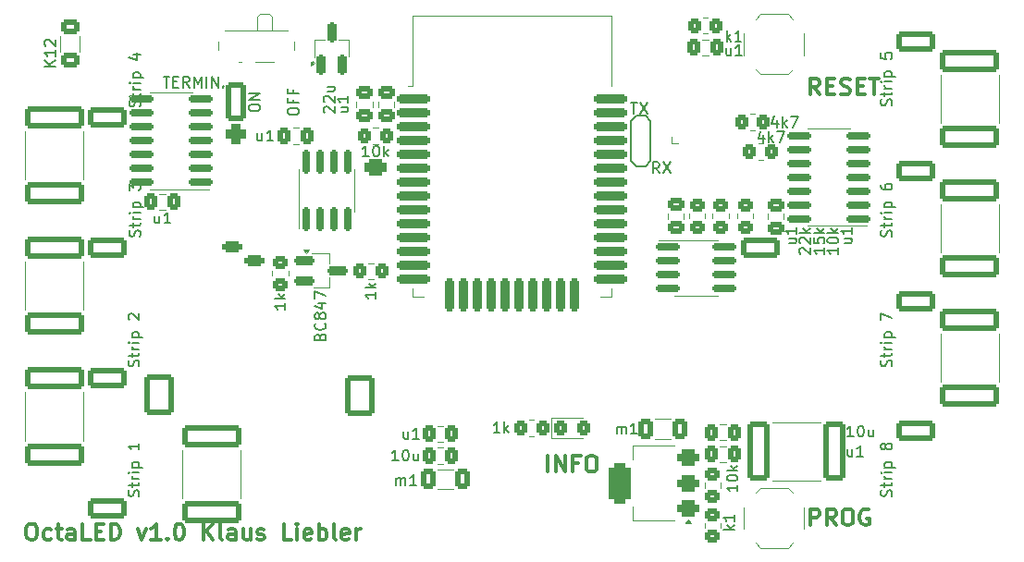
<source format=gbr>
%TF.GenerationSoftware,KiCad,Pcbnew,8.0.7*%
%TF.CreationDate,2025-01-14T17:57:31+01:00*%
%TF.ProjectId,esp32_octal_wled,65737033-325f-46f6-9374-616c5f776c65,rev?*%
%TF.SameCoordinates,Original*%
%TF.FileFunction,Legend,Top*%
%TF.FilePolarity,Positive*%
%FSLAX46Y46*%
G04 Gerber Fmt 4.6, Leading zero omitted, Abs format (unit mm)*
G04 Created by KiCad (PCBNEW 8.0.7) date 2025-01-14 17:57:31*
%MOMM*%
%LPD*%
G01*
G04 APERTURE LIST*
G04 Aperture macros list*
%AMRoundRect*
0 Rectangle with rounded corners*
0 $1 Rounding radius*
0 $2 $3 $4 $5 $6 $7 $8 $9 X,Y pos of 4 corners*
0 Add a 4 corners polygon primitive as box body*
4,1,4,$2,$3,$4,$5,$6,$7,$8,$9,$2,$3,0*
0 Add four circle primitives for the rounded corners*
1,1,$1+$1,$2,$3*
1,1,$1+$1,$4,$5*
1,1,$1+$1,$6,$7*
1,1,$1+$1,$8,$9*
0 Add four rect primitives between the rounded corners*
20,1,$1+$1,$2,$3,$4,$5,0*
20,1,$1+$1,$4,$5,$6,$7,0*
20,1,$1+$1,$6,$7,$8,$9,0*
20,1,$1+$1,$8,$9,$2,$3,0*%
G04 Aperture macros list end*
%ADD10C,0.150000*%
%ADD11C,0.300000*%
%ADD12C,0.120000*%
%ADD13RoundRect,0.250001X2.474999X-0.799999X2.474999X0.799999X-2.474999X0.799999X-2.474999X-0.799999X0*%
%ADD14RoundRect,0.250001X-2.474999X0.799999X-2.474999X-0.799999X2.474999X-0.799999X2.474999X0.799999X0*%
%ADD15R,2.000000X1.000000*%
%ADD16RoundRect,0.150000X0.950000X0.150000X-0.950000X0.150000X-0.950000X-0.150000X0.950000X-0.150000X0*%
%ADD17RoundRect,0.250000X0.337500X0.475000X-0.337500X0.475000X-0.337500X-0.475000X0.337500X-0.475000X0*%
%ADD18C,3.200000*%
%ADD19RoundRect,0.250000X0.350000X0.450000X-0.350000X0.450000X-0.350000X-0.450000X0.350000X-0.450000X0*%
%ADD20RoundRect,0.250000X-0.337500X-0.475000X0.337500X-0.475000X0.337500X0.475000X-0.337500X0.475000X0*%
%ADD21C,1.400000*%
%ADD22RoundRect,0.200000X0.200000X-0.750000X0.200000X0.750000X-0.200000X0.750000X-0.200000X-0.750000X0*%
%ADD23RoundRect,0.250001X-0.799999X-2.474999X0.799999X-2.474999X0.799999X2.474999X-0.799999X2.474999X0*%
%ADD24RoundRect,0.250000X0.475000X-0.337500X0.475000X0.337500X-0.475000X0.337500X-0.475000X-0.337500X0*%
%ADD25RoundRect,0.225000X-1.275000X-0.225000X1.275000X-0.225000X1.275000X0.225000X-1.275000X0.225000X0*%
%ADD26RoundRect,0.225000X0.225000X-1.275000X0.225000X1.275000X-0.225000X1.275000X-0.225000X-1.275000X0*%
%ADD27RoundRect,0.225000X1.275000X0.225000X-1.275000X0.225000X-1.275000X-0.225000X1.275000X-0.225000X0*%
%ADD28R,5.000000X5.000000*%
%ADD29RoundRect,0.250000X0.450000X-0.350000X0.450000X0.350000X-0.450000X0.350000X-0.450000X-0.350000X0*%
%ADD30RoundRect,0.250000X-0.350000X-0.450000X0.350000X-0.450000X0.350000X0.450000X-0.350000X0.450000X0*%
%ADD31RoundRect,0.250000X0.412500X0.650000X-0.412500X0.650000X-0.412500X-0.650000X0.412500X-0.650000X0*%
%ADD32C,0.900000*%
%ADD33R,0.700000X2.000000*%
%ADD34R,2.000000X0.800000*%
%ADD35RoundRect,0.250000X-0.450000X0.350000X-0.450000X-0.350000X0.450000X-0.350000X0.450000X0.350000X0*%
%ADD36RoundRect,0.250000X0.625000X-0.400000X0.625000X0.400000X-0.625000X0.400000X-0.625000X-0.400000X0*%
%ADD37RoundRect,0.200000X-0.750000X-0.200000X0.750000X-0.200000X0.750000X0.200000X-0.750000X0.200000X0*%
%ADD38RoundRect,0.375000X0.625000X0.375000X-0.625000X0.375000X-0.625000X-0.375000X0.625000X-0.375000X0*%
%ADD39RoundRect,0.500000X0.500000X1.400000X-0.500000X1.400000X-0.500000X-1.400000X0.500000X-1.400000X0*%
%ADD40RoundRect,0.150000X-0.950000X-0.150000X0.950000X-0.150000X0.950000X0.150000X-0.950000X0.150000X0*%
%ADD41C,0.990600*%
%ADD42C,0.787400*%
%ADD43RoundRect,0.150000X0.150000X-0.950000X0.150000X0.950000X-0.150000X0.950000X-0.150000X-0.950000X0*%
%ADD44RoundRect,0.250000X-0.325000X-0.450000X0.325000X-0.450000X0.325000X0.450000X-0.325000X0.450000X0*%
%ADD45RoundRect,0.250000X1.550000X-0.650000X1.550000X0.650000X-1.550000X0.650000X-1.550000X-0.650000X0*%
%ADD46O,3.600000X1.800000*%
%ADD47RoundRect,0.250000X-1.550000X0.650000X-1.550000X-0.650000X1.550000X-0.650000X1.550000X0.650000X0*%
%ADD48RoundRect,0.400000X0.600000X0.400000X-0.600000X0.400000X-0.600000X-0.400000X0.600000X-0.400000X0*%
%ADD49O,2.000000X1.600000*%
%ADD50C,3.000000*%
%ADD51RoundRect,0.250001X-1.099999X-1.599999X1.099999X-1.599999X1.099999X1.599999X-1.099999X1.599999X0*%
%ADD52O,2.700000X3.700000*%
%ADD53RoundRect,0.450000X-0.450000X0.450000X-0.450000X-0.450000X0.450000X-0.450000X0.450000X0.450000X0*%
%ADD54C,1.800000*%
%ADD55R,1.700000X1.700000*%
%ADD56O,1.700000X1.700000*%
%ADD57R,1.800000X1.100000*%
%ADD58RoundRect,0.275000X0.625000X-0.275000X0.625000X0.275000X-0.625000X0.275000X-0.625000X-0.275000X0*%
%ADD59O,1.600000X2.000000*%
%ADD60RoundRect,0.250000X-0.650000X-1.550000X0.650000X-1.550000X0.650000X1.550000X-0.650000X1.550000X0*%
%ADD61O,1.800000X3.600000*%
G04 APERTURE END LIST*
D10*
X155888095Y-108054819D02*
X156459523Y-108054819D01*
X156173809Y-109054819D02*
X156173809Y-108054819D01*
X156697619Y-108054819D02*
X157364285Y-109054819D01*
X157364285Y-108054819D02*
X156697619Y-109054819D01*
X110822200Y-132228571D02*
X110869819Y-132085714D01*
X110869819Y-132085714D02*
X110869819Y-131847619D01*
X110869819Y-131847619D02*
X110822200Y-131752381D01*
X110822200Y-131752381D02*
X110774580Y-131704762D01*
X110774580Y-131704762D02*
X110679342Y-131657143D01*
X110679342Y-131657143D02*
X110584104Y-131657143D01*
X110584104Y-131657143D02*
X110488866Y-131704762D01*
X110488866Y-131704762D02*
X110441247Y-131752381D01*
X110441247Y-131752381D02*
X110393628Y-131847619D01*
X110393628Y-131847619D02*
X110346009Y-132038095D01*
X110346009Y-132038095D02*
X110298390Y-132133333D01*
X110298390Y-132133333D02*
X110250771Y-132180952D01*
X110250771Y-132180952D02*
X110155533Y-132228571D01*
X110155533Y-132228571D02*
X110060295Y-132228571D01*
X110060295Y-132228571D02*
X109965057Y-132180952D01*
X109965057Y-132180952D02*
X109917438Y-132133333D01*
X109917438Y-132133333D02*
X109869819Y-132038095D01*
X109869819Y-132038095D02*
X109869819Y-131800000D01*
X109869819Y-131800000D02*
X109917438Y-131657143D01*
X110203152Y-131371428D02*
X110203152Y-130990476D01*
X109869819Y-131228571D02*
X110726961Y-131228571D01*
X110726961Y-131228571D02*
X110822200Y-131180952D01*
X110822200Y-131180952D02*
X110869819Y-131085714D01*
X110869819Y-131085714D02*
X110869819Y-130990476D01*
X110869819Y-130657142D02*
X110203152Y-130657142D01*
X110393628Y-130657142D02*
X110298390Y-130609523D01*
X110298390Y-130609523D02*
X110250771Y-130561904D01*
X110250771Y-130561904D02*
X110203152Y-130466666D01*
X110203152Y-130466666D02*
X110203152Y-130371428D01*
X110869819Y-130038094D02*
X110203152Y-130038094D01*
X109869819Y-130038094D02*
X109917438Y-130085713D01*
X109917438Y-130085713D02*
X109965057Y-130038094D01*
X109965057Y-130038094D02*
X109917438Y-129990475D01*
X109917438Y-129990475D02*
X109869819Y-130038094D01*
X109869819Y-130038094D02*
X109965057Y-130038094D01*
X110203152Y-129561904D02*
X111203152Y-129561904D01*
X110250771Y-129561904D02*
X110203152Y-129466666D01*
X110203152Y-129466666D02*
X110203152Y-129276190D01*
X110203152Y-129276190D02*
X110250771Y-129180952D01*
X110250771Y-129180952D02*
X110298390Y-129133333D01*
X110298390Y-129133333D02*
X110393628Y-129085714D01*
X110393628Y-129085714D02*
X110679342Y-129085714D01*
X110679342Y-129085714D02*
X110774580Y-129133333D01*
X110774580Y-129133333D02*
X110822200Y-129180952D01*
X110822200Y-129180952D02*
X110869819Y-129276190D01*
X110869819Y-129276190D02*
X110869819Y-129466666D01*
X110869819Y-129466666D02*
X110822200Y-129561904D01*
X109965057Y-127942856D02*
X109917438Y-127895237D01*
X109917438Y-127895237D02*
X109869819Y-127799999D01*
X109869819Y-127799999D02*
X109869819Y-127561904D01*
X109869819Y-127561904D02*
X109917438Y-127466666D01*
X109917438Y-127466666D02*
X109965057Y-127419047D01*
X109965057Y-127419047D02*
X110060295Y-127371428D01*
X110060295Y-127371428D02*
X110155533Y-127371428D01*
X110155533Y-127371428D02*
X110298390Y-127419047D01*
X110298390Y-127419047D02*
X110869819Y-127990475D01*
X110869819Y-127990475D02*
X110869819Y-127371428D01*
X110822200Y-144128571D02*
X110869819Y-143985714D01*
X110869819Y-143985714D02*
X110869819Y-143747619D01*
X110869819Y-143747619D02*
X110822200Y-143652381D01*
X110822200Y-143652381D02*
X110774580Y-143604762D01*
X110774580Y-143604762D02*
X110679342Y-143557143D01*
X110679342Y-143557143D02*
X110584104Y-143557143D01*
X110584104Y-143557143D02*
X110488866Y-143604762D01*
X110488866Y-143604762D02*
X110441247Y-143652381D01*
X110441247Y-143652381D02*
X110393628Y-143747619D01*
X110393628Y-143747619D02*
X110346009Y-143938095D01*
X110346009Y-143938095D02*
X110298390Y-144033333D01*
X110298390Y-144033333D02*
X110250771Y-144080952D01*
X110250771Y-144080952D02*
X110155533Y-144128571D01*
X110155533Y-144128571D02*
X110060295Y-144128571D01*
X110060295Y-144128571D02*
X109965057Y-144080952D01*
X109965057Y-144080952D02*
X109917438Y-144033333D01*
X109917438Y-144033333D02*
X109869819Y-143938095D01*
X109869819Y-143938095D02*
X109869819Y-143700000D01*
X109869819Y-143700000D02*
X109917438Y-143557143D01*
X110203152Y-143271428D02*
X110203152Y-142890476D01*
X109869819Y-143128571D02*
X110726961Y-143128571D01*
X110726961Y-143128571D02*
X110822200Y-143080952D01*
X110822200Y-143080952D02*
X110869819Y-142985714D01*
X110869819Y-142985714D02*
X110869819Y-142890476D01*
X110869819Y-142557142D02*
X110203152Y-142557142D01*
X110393628Y-142557142D02*
X110298390Y-142509523D01*
X110298390Y-142509523D02*
X110250771Y-142461904D01*
X110250771Y-142461904D02*
X110203152Y-142366666D01*
X110203152Y-142366666D02*
X110203152Y-142271428D01*
X110869819Y-141938094D02*
X110203152Y-141938094D01*
X109869819Y-141938094D02*
X109917438Y-141985713D01*
X109917438Y-141985713D02*
X109965057Y-141938094D01*
X109965057Y-141938094D02*
X109917438Y-141890475D01*
X109917438Y-141890475D02*
X109869819Y-141938094D01*
X109869819Y-141938094D02*
X109965057Y-141938094D01*
X110203152Y-141461904D02*
X111203152Y-141461904D01*
X110250771Y-141461904D02*
X110203152Y-141366666D01*
X110203152Y-141366666D02*
X110203152Y-141176190D01*
X110203152Y-141176190D02*
X110250771Y-141080952D01*
X110250771Y-141080952D02*
X110298390Y-141033333D01*
X110298390Y-141033333D02*
X110393628Y-140985714D01*
X110393628Y-140985714D02*
X110679342Y-140985714D01*
X110679342Y-140985714D02*
X110774580Y-141033333D01*
X110774580Y-141033333D02*
X110822200Y-141080952D01*
X110822200Y-141080952D02*
X110869819Y-141176190D01*
X110869819Y-141176190D02*
X110869819Y-141366666D01*
X110869819Y-141366666D02*
X110822200Y-141461904D01*
X110869819Y-139271428D02*
X110869819Y-139842856D01*
X110869819Y-139557142D02*
X109869819Y-139557142D01*
X109869819Y-139557142D02*
X110012676Y-139652380D01*
X110012676Y-139652380D02*
X110107914Y-139747618D01*
X110107914Y-139747618D02*
X110155533Y-139842856D01*
X110922200Y-108428571D02*
X110969819Y-108285714D01*
X110969819Y-108285714D02*
X110969819Y-108047619D01*
X110969819Y-108047619D02*
X110922200Y-107952381D01*
X110922200Y-107952381D02*
X110874580Y-107904762D01*
X110874580Y-107904762D02*
X110779342Y-107857143D01*
X110779342Y-107857143D02*
X110684104Y-107857143D01*
X110684104Y-107857143D02*
X110588866Y-107904762D01*
X110588866Y-107904762D02*
X110541247Y-107952381D01*
X110541247Y-107952381D02*
X110493628Y-108047619D01*
X110493628Y-108047619D02*
X110446009Y-108238095D01*
X110446009Y-108238095D02*
X110398390Y-108333333D01*
X110398390Y-108333333D02*
X110350771Y-108380952D01*
X110350771Y-108380952D02*
X110255533Y-108428571D01*
X110255533Y-108428571D02*
X110160295Y-108428571D01*
X110160295Y-108428571D02*
X110065057Y-108380952D01*
X110065057Y-108380952D02*
X110017438Y-108333333D01*
X110017438Y-108333333D02*
X109969819Y-108238095D01*
X109969819Y-108238095D02*
X109969819Y-108000000D01*
X109969819Y-108000000D02*
X110017438Y-107857143D01*
X110303152Y-107571428D02*
X110303152Y-107190476D01*
X109969819Y-107428571D02*
X110826961Y-107428571D01*
X110826961Y-107428571D02*
X110922200Y-107380952D01*
X110922200Y-107380952D02*
X110969819Y-107285714D01*
X110969819Y-107285714D02*
X110969819Y-107190476D01*
X110969819Y-106857142D02*
X110303152Y-106857142D01*
X110493628Y-106857142D02*
X110398390Y-106809523D01*
X110398390Y-106809523D02*
X110350771Y-106761904D01*
X110350771Y-106761904D02*
X110303152Y-106666666D01*
X110303152Y-106666666D02*
X110303152Y-106571428D01*
X110969819Y-106238094D02*
X110303152Y-106238094D01*
X109969819Y-106238094D02*
X110017438Y-106285713D01*
X110017438Y-106285713D02*
X110065057Y-106238094D01*
X110065057Y-106238094D02*
X110017438Y-106190475D01*
X110017438Y-106190475D02*
X109969819Y-106238094D01*
X109969819Y-106238094D02*
X110065057Y-106238094D01*
X110303152Y-105761904D02*
X111303152Y-105761904D01*
X110350771Y-105761904D02*
X110303152Y-105666666D01*
X110303152Y-105666666D02*
X110303152Y-105476190D01*
X110303152Y-105476190D02*
X110350771Y-105380952D01*
X110350771Y-105380952D02*
X110398390Y-105333333D01*
X110398390Y-105333333D02*
X110493628Y-105285714D01*
X110493628Y-105285714D02*
X110779342Y-105285714D01*
X110779342Y-105285714D02*
X110874580Y-105333333D01*
X110874580Y-105333333D02*
X110922200Y-105380952D01*
X110922200Y-105380952D02*
X110969819Y-105476190D01*
X110969819Y-105476190D02*
X110969819Y-105666666D01*
X110969819Y-105666666D02*
X110922200Y-105761904D01*
X110303152Y-103666666D02*
X110969819Y-103666666D01*
X109922200Y-103904761D02*
X110636485Y-104142856D01*
X110636485Y-104142856D02*
X110636485Y-103523809D01*
X179722200Y-132228571D02*
X179769819Y-132085714D01*
X179769819Y-132085714D02*
X179769819Y-131847619D01*
X179769819Y-131847619D02*
X179722200Y-131752381D01*
X179722200Y-131752381D02*
X179674580Y-131704762D01*
X179674580Y-131704762D02*
X179579342Y-131657143D01*
X179579342Y-131657143D02*
X179484104Y-131657143D01*
X179484104Y-131657143D02*
X179388866Y-131704762D01*
X179388866Y-131704762D02*
X179341247Y-131752381D01*
X179341247Y-131752381D02*
X179293628Y-131847619D01*
X179293628Y-131847619D02*
X179246009Y-132038095D01*
X179246009Y-132038095D02*
X179198390Y-132133333D01*
X179198390Y-132133333D02*
X179150771Y-132180952D01*
X179150771Y-132180952D02*
X179055533Y-132228571D01*
X179055533Y-132228571D02*
X178960295Y-132228571D01*
X178960295Y-132228571D02*
X178865057Y-132180952D01*
X178865057Y-132180952D02*
X178817438Y-132133333D01*
X178817438Y-132133333D02*
X178769819Y-132038095D01*
X178769819Y-132038095D02*
X178769819Y-131800000D01*
X178769819Y-131800000D02*
X178817438Y-131657143D01*
X179103152Y-131371428D02*
X179103152Y-130990476D01*
X178769819Y-131228571D02*
X179626961Y-131228571D01*
X179626961Y-131228571D02*
X179722200Y-131180952D01*
X179722200Y-131180952D02*
X179769819Y-131085714D01*
X179769819Y-131085714D02*
X179769819Y-130990476D01*
X179769819Y-130657142D02*
X179103152Y-130657142D01*
X179293628Y-130657142D02*
X179198390Y-130609523D01*
X179198390Y-130609523D02*
X179150771Y-130561904D01*
X179150771Y-130561904D02*
X179103152Y-130466666D01*
X179103152Y-130466666D02*
X179103152Y-130371428D01*
X179769819Y-130038094D02*
X179103152Y-130038094D01*
X178769819Y-130038094D02*
X178817438Y-130085713D01*
X178817438Y-130085713D02*
X178865057Y-130038094D01*
X178865057Y-130038094D02*
X178817438Y-129990475D01*
X178817438Y-129990475D02*
X178769819Y-130038094D01*
X178769819Y-130038094D02*
X178865057Y-130038094D01*
X179103152Y-129561904D02*
X180103152Y-129561904D01*
X179150771Y-129561904D02*
X179103152Y-129466666D01*
X179103152Y-129466666D02*
X179103152Y-129276190D01*
X179103152Y-129276190D02*
X179150771Y-129180952D01*
X179150771Y-129180952D02*
X179198390Y-129133333D01*
X179198390Y-129133333D02*
X179293628Y-129085714D01*
X179293628Y-129085714D02*
X179579342Y-129085714D01*
X179579342Y-129085714D02*
X179674580Y-129133333D01*
X179674580Y-129133333D02*
X179722200Y-129180952D01*
X179722200Y-129180952D02*
X179769819Y-129276190D01*
X179769819Y-129276190D02*
X179769819Y-129466666D01*
X179769819Y-129466666D02*
X179722200Y-129561904D01*
X178769819Y-127990475D02*
X178769819Y-127323809D01*
X178769819Y-127323809D02*
X179769819Y-127752380D01*
X113090477Y-105669819D02*
X113661905Y-105669819D01*
X113376191Y-106669819D02*
X113376191Y-105669819D01*
X113995239Y-106146009D02*
X114328572Y-106146009D01*
X114471429Y-106669819D02*
X113995239Y-106669819D01*
X113995239Y-106669819D02*
X113995239Y-105669819D01*
X113995239Y-105669819D02*
X114471429Y-105669819D01*
X115471429Y-106669819D02*
X115138096Y-106193628D01*
X114900001Y-106669819D02*
X114900001Y-105669819D01*
X114900001Y-105669819D02*
X115280953Y-105669819D01*
X115280953Y-105669819D02*
X115376191Y-105717438D01*
X115376191Y-105717438D02*
X115423810Y-105765057D01*
X115423810Y-105765057D02*
X115471429Y-105860295D01*
X115471429Y-105860295D02*
X115471429Y-106003152D01*
X115471429Y-106003152D02*
X115423810Y-106098390D01*
X115423810Y-106098390D02*
X115376191Y-106146009D01*
X115376191Y-106146009D02*
X115280953Y-106193628D01*
X115280953Y-106193628D02*
X114900001Y-106193628D01*
X115900001Y-106669819D02*
X115900001Y-105669819D01*
X115900001Y-105669819D02*
X116233334Y-106384104D01*
X116233334Y-106384104D02*
X116566667Y-105669819D01*
X116566667Y-105669819D02*
X116566667Y-106669819D01*
X117042858Y-106669819D02*
X117042858Y-105669819D01*
X117519048Y-106669819D02*
X117519048Y-105669819D01*
X117519048Y-105669819D02*
X118090476Y-106669819D01*
X118090476Y-106669819D02*
X118090476Y-105669819D01*
X118566667Y-106574580D02*
X118614286Y-106622200D01*
X118614286Y-106622200D02*
X118566667Y-106669819D01*
X118566667Y-106669819D02*
X118519048Y-106622200D01*
X118519048Y-106622200D02*
X118566667Y-106574580D01*
X118566667Y-106574580D02*
X118566667Y-106669819D01*
X179722200Y-144128571D02*
X179769819Y-143985714D01*
X179769819Y-143985714D02*
X179769819Y-143747619D01*
X179769819Y-143747619D02*
X179722200Y-143652381D01*
X179722200Y-143652381D02*
X179674580Y-143604762D01*
X179674580Y-143604762D02*
X179579342Y-143557143D01*
X179579342Y-143557143D02*
X179484104Y-143557143D01*
X179484104Y-143557143D02*
X179388866Y-143604762D01*
X179388866Y-143604762D02*
X179341247Y-143652381D01*
X179341247Y-143652381D02*
X179293628Y-143747619D01*
X179293628Y-143747619D02*
X179246009Y-143938095D01*
X179246009Y-143938095D02*
X179198390Y-144033333D01*
X179198390Y-144033333D02*
X179150771Y-144080952D01*
X179150771Y-144080952D02*
X179055533Y-144128571D01*
X179055533Y-144128571D02*
X178960295Y-144128571D01*
X178960295Y-144128571D02*
X178865057Y-144080952D01*
X178865057Y-144080952D02*
X178817438Y-144033333D01*
X178817438Y-144033333D02*
X178769819Y-143938095D01*
X178769819Y-143938095D02*
X178769819Y-143700000D01*
X178769819Y-143700000D02*
X178817438Y-143557143D01*
X179103152Y-143271428D02*
X179103152Y-142890476D01*
X178769819Y-143128571D02*
X179626961Y-143128571D01*
X179626961Y-143128571D02*
X179722200Y-143080952D01*
X179722200Y-143080952D02*
X179769819Y-142985714D01*
X179769819Y-142985714D02*
X179769819Y-142890476D01*
X179769819Y-142557142D02*
X179103152Y-142557142D01*
X179293628Y-142557142D02*
X179198390Y-142509523D01*
X179198390Y-142509523D02*
X179150771Y-142461904D01*
X179150771Y-142461904D02*
X179103152Y-142366666D01*
X179103152Y-142366666D02*
X179103152Y-142271428D01*
X179769819Y-141938094D02*
X179103152Y-141938094D01*
X178769819Y-141938094D02*
X178817438Y-141985713D01*
X178817438Y-141985713D02*
X178865057Y-141938094D01*
X178865057Y-141938094D02*
X178817438Y-141890475D01*
X178817438Y-141890475D02*
X178769819Y-141938094D01*
X178769819Y-141938094D02*
X178865057Y-141938094D01*
X179103152Y-141461904D02*
X180103152Y-141461904D01*
X179150771Y-141461904D02*
X179103152Y-141366666D01*
X179103152Y-141366666D02*
X179103152Y-141176190D01*
X179103152Y-141176190D02*
X179150771Y-141080952D01*
X179150771Y-141080952D02*
X179198390Y-141033333D01*
X179198390Y-141033333D02*
X179293628Y-140985714D01*
X179293628Y-140985714D02*
X179579342Y-140985714D01*
X179579342Y-140985714D02*
X179674580Y-141033333D01*
X179674580Y-141033333D02*
X179722200Y-141080952D01*
X179722200Y-141080952D02*
X179769819Y-141176190D01*
X179769819Y-141176190D02*
X179769819Y-141366666D01*
X179769819Y-141366666D02*
X179722200Y-141461904D01*
X179198390Y-139652380D02*
X179150771Y-139747618D01*
X179150771Y-139747618D02*
X179103152Y-139795237D01*
X179103152Y-139795237D02*
X179007914Y-139842856D01*
X179007914Y-139842856D02*
X178960295Y-139842856D01*
X178960295Y-139842856D02*
X178865057Y-139795237D01*
X178865057Y-139795237D02*
X178817438Y-139747618D01*
X178817438Y-139747618D02*
X178769819Y-139652380D01*
X178769819Y-139652380D02*
X178769819Y-139461904D01*
X178769819Y-139461904D02*
X178817438Y-139366666D01*
X178817438Y-139366666D02*
X178865057Y-139319047D01*
X178865057Y-139319047D02*
X178960295Y-139271428D01*
X178960295Y-139271428D02*
X179007914Y-139271428D01*
X179007914Y-139271428D02*
X179103152Y-139319047D01*
X179103152Y-139319047D02*
X179150771Y-139366666D01*
X179150771Y-139366666D02*
X179198390Y-139461904D01*
X179198390Y-139461904D02*
X179198390Y-139652380D01*
X179198390Y-139652380D02*
X179246009Y-139747618D01*
X179246009Y-139747618D02*
X179293628Y-139795237D01*
X179293628Y-139795237D02*
X179388866Y-139842856D01*
X179388866Y-139842856D02*
X179579342Y-139842856D01*
X179579342Y-139842856D02*
X179674580Y-139795237D01*
X179674580Y-139795237D02*
X179722200Y-139747618D01*
X179722200Y-139747618D02*
X179769819Y-139652380D01*
X179769819Y-139652380D02*
X179769819Y-139461904D01*
X179769819Y-139461904D02*
X179722200Y-139366666D01*
X179722200Y-139366666D02*
X179674580Y-139319047D01*
X179674580Y-139319047D02*
X179579342Y-139271428D01*
X179579342Y-139271428D02*
X179388866Y-139271428D01*
X179388866Y-139271428D02*
X179293628Y-139319047D01*
X179293628Y-139319047D02*
X179246009Y-139366666D01*
X179246009Y-139366666D02*
X179198390Y-139461904D01*
X110922200Y-120328571D02*
X110969819Y-120185714D01*
X110969819Y-120185714D02*
X110969819Y-119947619D01*
X110969819Y-119947619D02*
X110922200Y-119852381D01*
X110922200Y-119852381D02*
X110874580Y-119804762D01*
X110874580Y-119804762D02*
X110779342Y-119757143D01*
X110779342Y-119757143D02*
X110684104Y-119757143D01*
X110684104Y-119757143D02*
X110588866Y-119804762D01*
X110588866Y-119804762D02*
X110541247Y-119852381D01*
X110541247Y-119852381D02*
X110493628Y-119947619D01*
X110493628Y-119947619D02*
X110446009Y-120138095D01*
X110446009Y-120138095D02*
X110398390Y-120233333D01*
X110398390Y-120233333D02*
X110350771Y-120280952D01*
X110350771Y-120280952D02*
X110255533Y-120328571D01*
X110255533Y-120328571D02*
X110160295Y-120328571D01*
X110160295Y-120328571D02*
X110065057Y-120280952D01*
X110065057Y-120280952D02*
X110017438Y-120233333D01*
X110017438Y-120233333D02*
X109969819Y-120138095D01*
X109969819Y-120138095D02*
X109969819Y-119900000D01*
X109969819Y-119900000D02*
X110017438Y-119757143D01*
X110303152Y-119471428D02*
X110303152Y-119090476D01*
X109969819Y-119328571D02*
X110826961Y-119328571D01*
X110826961Y-119328571D02*
X110922200Y-119280952D01*
X110922200Y-119280952D02*
X110969819Y-119185714D01*
X110969819Y-119185714D02*
X110969819Y-119090476D01*
X110969819Y-118757142D02*
X110303152Y-118757142D01*
X110493628Y-118757142D02*
X110398390Y-118709523D01*
X110398390Y-118709523D02*
X110350771Y-118661904D01*
X110350771Y-118661904D02*
X110303152Y-118566666D01*
X110303152Y-118566666D02*
X110303152Y-118471428D01*
X110969819Y-118138094D02*
X110303152Y-118138094D01*
X109969819Y-118138094D02*
X110017438Y-118185713D01*
X110017438Y-118185713D02*
X110065057Y-118138094D01*
X110065057Y-118138094D02*
X110017438Y-118090475D01*
X110017438Y-118090475D02*
X109969819Y-118138094D01*
X109969819Y-118138094D02*
X110065057Y-118138094D01*
X110303152Y-117661904D02*
X111303152Y-117661904D01*
X110350771Y-117661904D02*
X110303152Y-117566666D01*
X110303152Y-117566666D02*
X110303152Y-117376190D01*
X110303152Y-117376190D02*
X110350771Y-117280952D01*
X110350771Y-117280952D02*
X110398390Y-117233333D01*
X110398390Y-117233333D02*
X110493628Y-117185714D01*
X110493628Y-117185714D02*
X110779342Y-117185714D01*
X110779342Y-117185714D02*
X110874580Y-117233333D01*
X110874580Y-117233333D02*
X110922200Y-117280952D01*
X110922200Y-117280952D02*
X110969819Y-117376190D01*
X110969819Y-117376190D02*
X110969819Y-117566666D01*
X110969819Y-117566666D02*
X110922200Y-117661904D01*
X109969819Y-116090475D02*
X109969819Y-115471428D01*
X109969819Y-115471428D02*
X110350771Y-115804761D01*
X110350771Y-115804761D02*
X110350771Y-115661904D01*
X110350771Y-115661904D02*
X110398390Y-115566666D01*
X110398390Y-115566666D02*
X110446009Y-115519047D01*
X110446009Y-115519047D02*
X110541247Y-115471428D01*
X110541247Y-115471428D02*
X110779342Y-115471428D01*
X110779342Y-115471428D02*
X110874580Y-115519047D01*
X110874580Y-115519047D02*
X110922200Y-115566666D01*
X110922200Y-115566666D02*
X110969819Y-115661904D01*
X110969819Y-115661904D02*
X110969819Y-115947618D01*
X110969819Y-115947618D02*
X110922200Y-116042856D01*
X110922200Y-116042856D02*
X110874580Y-116090475D01*
X120919819Y-108619047D02*
X120919819Y-108428571D01*
X120919819Y-108428571D02*
X120967438Y-108333333D01*
X120967438Y-108333333D02*
X121062676Y-108238095D01*
X121062676Y-108238095D02*
X121253152Y-108190476D01*
X121253152Y-108190476D02*
X121586485Y-108190476D01*
X121586485Y-108190476D02*
X121776961Y-108238095D01*
X121776961Y-108238095D02*
X121872200Y-108333333D01*
X121872200Y-108333333D02*
X121919819Y-108428571D01*
X121919819Y-108428571D02*
X121919819Y-108619047D01*
X121919819Y-108619047D02*
X121872200Y-108714285D01*
X121872200Y-108714285D02*
X121776961Y-108809523D01*
X121776961Y-108809523D02*
X121586485Y-108857142D01*
X121586485Y-108857142D02*
X121253152Y-108857142D01*
X121253152Y-108857142D02*
X121062676Y-108809523D01*
X121062676Y-108809523D02*
X120967438Y-108714285D01*
X120967438Y-108714285D02*
X120919819Y-108619047D01*
X121919819Y-107761904D02*
X120919819Y-107761904D01*
X120919819Y-107761904D02*
X121919819Y-107190476D01*
X121919819Y-107190476D02*
X120919819Y-107190476D01*
X179722200Y-120328571D02*
X179769819Y-120185714D01*
X179769819Y-120185714D02*
X179769819Y-119947619D01*
X179769819Y-119947619D02*
X179722200Y-119852381D01*
X179722200Y-119852381D02*
X179674580Y-119804762D01*
X179674580Y-119804762D02*
X179579342Y-119757143D01*
X179579342Y-119757143D02*
X179484104Y-119757143D01*
X179484104Y-119757143D02*
X179388866Y-119804762D01*
X179388866Y-119804762D02*
X179341247Y-119852381D01*
X179341247Y-119852381D02*
X179293628Y-119947619D01*
X179293628Y-119947619D02*
X179246009Y-120138095D01*
X179246009Y-120138095D02*
X179198390Y-120233333D01*
X179198390Y-120233333D02*
X179150771Y-120280952D01*
X179150771Y-120280952D02*
X179055533Y-120328571D01*
X179055533Y-120328571D02*
X178960295Y-120328571D01*
X178960295Y-120328571D02*
X178865057Y-120280952D01*
X178865057Y-120280952D02*
X178817438Y-120233333D01*
X178817438Y-120233333D02*
X178769819Y-120138095D01*
X178769819Y-120138095D02*
X178769819Y-119900000D01*
X178769819Y-119900000D02*
X178817438Y-119757143D01*
X179103152Y-119471428D02*
X179103152Y-119090476D01*
X178769819Y-119328571D02*
X179626961Y-119328571D01*
X179626961Y-119328571D02*
X179722200Y-119280952D01*
X179722200Y-119280952D02*
X179769819Y-119185714D01*
X179769819Y-119185714D02*
X179769819Y-119090476D01*
X179769819Y-118757142D02*
X179103152Y-118757142D01*
X179293628Y-118757142D02*
X179198390Y-118709523D01*
X179198390Y-118709523D02*
X179150771Y-118661904D01*
X179150771Y-118661904D02*
X179103152Y-118566666D01*
X179103152Y-118566666D02*
X179103152Y-118471428D01*
X179769819Y-118138094D02*
X179103152Y-118138094D01*
X178769819Y-118138094D02*
X178817438Y-118185713D01*
X178817438Y-118185713D02*
X178865057Y-118138094D01*
X178865057Y-118138094D02*
X178817438Y-118090475D01*
X178817438Y-118090475D02*
X178769819Y-118138094D01*
X178769819Y-118138094D02*
X178865057Y-118138094D01*
X179103152Y-117661904D02*
X180103152Y-117661904D01*
X179150771Y-117661904D02*
X179103152Y-117566666D01*
X179103152Y-117566666D02*
X179103152Y-117376190D01*
X179103152Y-117376190D02*
X179150771Y-117280952D01*
X179150771Y-117280952D02*
X179198390Y-117233333D01*
X179198390Y-117233333D02*
X179293628Y-117185714D01*
X179293628Y-117185714D02*
X179579342Y-117185714D01*
X179579342Y-117185714D02*
X179674580Y-117233333D01*
X179674580Y-117233333D02*
X179722200Y-117280952D01*
X179722200Y-117280952D02*
X179769819Y-117376190D01*
X179769819Y-117376190D02*
X179769819Y-117566666D01*
X179769819Y-117566666D02*
X179722200Y-117661904D01*
X178769819Y-115566666D02*
X178769819Y-115757142D01*
X178769819Y-115757142D02*
X178817438Y-115852380D01*
X178817438Y-115852380D02*
X178865057Y-115899999D01*
X178865057Y-115899999D02*
X179007914Y-115995237D01*
X179007914Y-115995237D02*
X179198390Y-116042856D01*
X179198390Y-116042856D02*
X179579342Y-116042856D01*
X179579342Y-116042856D02*
X179674580Y-115995237D01*
X179674580Y-115995237D02*
X179722200Y-115947618D01*
X179722200Y-115947618D02*
X179769819Y-115852380D01*
X179769819Y-115852380D02*
X179769819Y-115661904D01*
X179769819Y-115661904D02*
X179722200Y-115566666D01*
X179722200Y-115566666D02*
X179674580Y-115519047D01*
X179674580Y-115519047D02*
X179579342Y-115471428D01*
X179579342Y-115471428D02*
X179341247Y-115471428D01*
X179341247Y-115471428D02*
X179246009Y-115519047D01*
X179246009Y-115519047D02*
X179198390Y-115566666D01*
X179198390Y-115566666D02*
X179150771Y-115661904D01*
X179150771Y-115661904D02*
X179150771Y-115852380D01*
X179150771Y-115852380D02*
X179198390Y-115947618D01*
X179198390Y-115947618D02*
X179246009Y-115995237D01*
X179246009Y-115995237D02*
X179341247Y-116042856D01*
X179722200Y-108328571D02*
X179769819Y-108185714D01*
X179769819Y-108185714D02*
X179769819Y-107947619D01*
X179769819Y-107947619D02*
X179722200Y-107852381D01*
X179722200Y-107852381D02*
X179674580Y-107804762D01*
X179674580Y-107804762D02*
X179579342Y-107757143D01*
X179579342Y-107757143D02*
X179484104Y-107757143D01*
X179484104Y-107757143D02*
X179388866Y-107804762D01*
X179388866Y-107804762D02*
X179341247Y-107852381D01*
X179341247Y-107852381D02*
X179293628Y-107947619D01*
X179293628Y-107947619D02*
X179246009Y-108138095D01*
X179246009Y-108138095D02*
X179198390Y-108233333D01*
X179198390Y-108233333D02*
X179150771Y-108280952D01*
X179150771Y-108280952D02*
X179055533Y-108328571D01*
X179055533Y-108328571D02*
X178960295Y-108328571D01*
X178960295Y-108328571D02*
X178865057Y-108280952D01*
X178865057Y-108280952D02*
X178817438Y-108233333D01*
X178817438Y-108233333D02*
X178769819Y-108138095D01*
X178769819Y-108138095D02*
X178769819Y-107900000D01*
X178769819Y-107900000D02*
X178817438Y-107757143D01*
X179103152Y-107471428D02*
X179103152Y-107090476D01*
X178769819Y-107328571D02*
X179626961Y-107328571D01*
X179626961Y-107328571D02*
X179722200Y-107280952D01*
X179722200Y-107280952D02*
X179769819Y-107185714D01*
X179769819Y-107185714D02*
X179769819Y-107090476D01*
X179769819Y-106757142D02*
X179103152Y-106757142D01*
X179293628Y-106757142D02*
X179198390Y-106709523D01*
X179198390Y-106709523D02*
X179150771Y-106661904D01*
X179150771Y-106661904D02*
X179103152Y-106566666D01*
X179103152Y-106566666D02*
X179103152Y-106471428D01*
X179769819Y-106138094D02*
X179103152Y-106138094D01*
X178769819Y-106138094D02*
X178817438Y-106185713D01*
X178817438Y-106185713D02*
X178865057Y-106138094D01*
X178865057Y-106138094D02*
X178817438Y-106090475D01*
X178817438Y-106090475D02*
X178769819Y-106138094D01*
X178769819Y-106138094D02*
X178865057Y-106138094D01*
X179103152Y-105661904D02*
X180103152Y-105661904D01*
X179150771Y-105661904D02*
X179103152Y-105566666D01*
X179103152Y-105566666D02*
X179103152Y-105376190D01*
X179103152Y-105376190D02*
X179150771Y-105280952D01*
X179150771Y-105280952D02*
X179198390Y-105233333D01*
X179198390Y-105233333D02*
X179293628Y-105185714D01*
X179293628Y-105185714D02*
X179579342Y-105185714D01*
X179579342Y-105185714D02*
X179674580Y-105233333D01*
X179674580Y-105233333D02*
X179722200Y-105280952D01*
X179722200Y-105280952D02*
X179769819Y-105376190D01*
X179769819Y-105376190D02*
X179769819Y-105566666D01*
X179769819Y-105566666D02*
X179722200Y-105661904D01*
X178769819Y-103519047D02*
X178769819Y-103995237D01*
X178769819Y-103995237D02*
X179246009Y-104042856D01*
X179246009Y-104042856D02*
X179198390Y-103995237D01*
X179198390Y-103995237D02*
X179150771Y-103899999D01*
X179150771Y-103899999D02*
X179150771Y-103661904D01*
X179150771Y-103661904D02*
X179198390Y-103566666D01*
X179198390Y-103566666D02*
X179246009Y-103519047D01*
X179246009Y-103519047D02*
X179341247Y-103471428D01*
X179341247Y-103471428D02*
X179579342Y-103471428D01*
X179579342Y-103471428D02*
X179674580Y-103519047D01*
X179674580Y-103519047D02*
X179722200Y-103566666D01*
X179722200Y-103566666D02*
X179769819Y-103661904D01*
X179769819Y-103661904D02*
X179769819Y-103899999D01*
X179769819Y-103899999D02*
X179722200Y-103995237D01*
X179722200Y-103995237D02*
X179674580Y-104042856D01*
D11*
X100907143Y-146628328D02*
X101192857Y-146628328D01*
X101192857Y-146628328D02*
X101335714Y-146699757D01*
X101335714Y-146699757D02*
X101478571Y-146842614D01*
X101478571Y-146842614D02*
X101550000Y-147128328D01*
X101550000Y-147128328D02*
X101550000Y-147628328D01*
X101550000Y-147628328D02*
X101478571Y-147914042D01*
X101478571Y-147914042D02*
X101335714Y-148056900D01*
X101335714Y-148056900D02*
X101192857Y-148128328D01*
X101192857Y-148128328D02*
X100907143Y-148128328D01*
X100907143Y-148128328D02*
X100764286Y-148056900D01*
X100764286Y-148056900D02*
X100621428Y-147914042D01*
X100621428Y-147914042D02*
X100550000Y-147628328D01*
X100550000Y-147628328D02*
X100550000Y-147128328D01*
X100550000Y-147128328D02*
X100621428Y-146842614D01*
X100621428Y-146842614D02*
X100764286Y-146699757D01*
X100764286Y-146699757D02*
X100907143Y-146628328D01*
X102835715Y-148056900D02*
X102692857Y-148128328D01*
X102692857Y-148128328D02*
X102407143Y-148128328D01*
X102407143Y-148128328D02*
X102264286Y-148056900D01*
X102264286Y-148056900D02*
X102192857Y-147985471D01*
X102192857Y-147985471D02*
X102121429Y-147842614D01*
X102121429Y-147842614D02*
X102121429Y-147414042D01*
X102121429Y-147414042D02*
X102192857Y-147271185D01*
X102192857Y-147271185D02*
X102264286Y-147199757D01*
X102264286Y-147199757D02*
X102407143Y-147128328D01*
X102407143Y-147128328D02*
X102692857Y-147128328D01*
X102692857Y-147128328D02*
X102835715Y-147199757D01*
X103264286Y-147128328D02*
X103835714Y-147128328D01*
X103478571Y-146628328D02*
X103478571Y-147914042D01*
X103478571Y-147914042D02*
X103550000Y-148056900D01*
X103550000Y-148056900D02*
X103692857Y-148128328D01*
X103692857Y-148128328D02*
X103835714Y-148128328D01*
X104978572Y-148128328D02*
X104978572Y-147342614D01*
X104978572Y-147342614D02*
X104907143Y-147199757D01*
X104907143Y-147199757D02*
X104764286Y-147128328D01*
X104764286Y-147128328D02*
X104478572Y-147128328D01*
X104478572Y-147128328D02*
X104335714Y-147199757D01*
X104978572Y-148056900D02*
X104835714Y-148128328D01*
X104835714Y-148128328D02*
X104478572Y-148128328D01*
X104478572Y-148128328D02*
X104335714Y-148056900D01*
X104335714Y-148056900D02*
X104264286Y-147914042D01*
X104264286Y-147914042D02*
X104264286Y-147771185D01*
X104264286Y-147771185D02*
X104335714Y-147628328D01*
X104335714Y-147628328D02*
X104478572Y-147556900D01*
X104478572Y-147556900D02*
X104835714Y-147556900D01*
X104835714Y-147556900D02*
X104978572Y-147485471D01*
X106407143Y-148128328D02*
X105692857Y-148128328D01*
X105692857Y-148128328D02*
X105692857Y-146628328D01*
X106907143Y-147342614D02*
X107407143Y-147342614D01*
X107621429Y-148128328D02*
X106907143Y-148128328D01*
X106907143Y-148128328D02*
X106907143Y-146628328D01*
X106907143Y-146628328D02*
X107621429Y-146628328D01*
X108264286Y-148128328D02*
X108264286Y-146628328D01*
X108264286Y-146628328D02*
X108621429Y-146628328D01*
X108621429Y-146628328D02*
X108835715Y-146699757D01*
X108835715Y-146699757D02*
X108978572Y-146842614D01*
X108978572Y-146842614D02*
X109050001Y-146985471D01*
X109050001Y-146985471D02*
X109121429Y-147271185D01*
X109121429Y-147271185D02*
X109121429Y-147485471D01*
X109121429Y-147485471D02*
X109050001Y-147771185D01*
X109050001Y-147771185D02*
X108978572Y-147914042D01*
X108978572Y-147914042D02*
X108835715Y-148056900D01*
X108835715Y-148056900D02*
X108621429Y-148128328D01*
X108621429Y-148128328D02*
X108264286Y-148128328D01*
X110764286Y-147128328D02*
X111121429Y-148128328D01*
X111121429Y-148128328D02*
X111478572Y-147128328D01*
X112835715Y-148128328D02*
X111978572Y-148128328D01*
X112407143Y-148128328D02*
X112407143Y-146628328D01*
X112407143Y-146628328D02*
X112264286Y-146842614D01*
X112264286Y-146842614D02*
X112121429Y-146985471D01*
X112121429Y-146985471D02*
X111978572Y-147056900D01*
X113478571Y-147985471D02*
X113550000Y-148056900D01*
X113550000Y-148056900D02*
X113478571Y-148128328D01*
X113478571Y-148128328D02*
X113407143Y-148056900D01*
X113407143Y-148056900D02*
X113478571Y-147985471D01*
X113478571Y-147985471D02*
X113478571Y-148128328D01*
X114478572Y-146628328D02*
X114621429Y-146628328D01*
X114621429Y-146628328D02*
X114764286Y-146699757D01*
X114764286Y-146699757D02*
X114835715Y-146771185D01*
X114835715Y-146771185D02*
X114907143Y-146914042D01*
X114907143Y-146914042D02*
X114978572Y-147199757D01*
X114978572Y-147199757D02*
X114978572Y-147556900D01*
X114978572Y-147556900D02*
X114907143Y-147842614D01*
X114907143Y-147842614D02*
X114835715Y-147985471D01*
X114835715Y-147985471D02*
X114764286Y-148056900D01*
X114764286Y-148056900D02*
X114621429Y-148128328D01*
X114621429Y-148128328D02*
X114478572Y-148128328D01*
X114478572Y-148128328D02*
X114335715Y-148056900D01*
X114335715Y-148056900D02*
X114264286Y-147985471D01*
X114264286Y-147985471D02*
X114192857Y-147842614D01*
X114192857Y-147842614D02*
X114121429Y-147556900D01*
X114121429Y-147556900D02*
X114121429Y-147199757D01*
X114121429Y-147199757D02*
X114192857Y-146914042D01*
X114192857Y-146914042D02*
X114264286Y-146771185D01*
X114264286Y-146771185D02*
X114335715Y-146699757D01*
X114335715Y-146699757D02*
X114478572Y-146628328D01*
X116764285Y-148128328D02*
X116764285Y-146628328D01*
X117621428Y-148128328D02*
X116978571Y-147271185D01*
X117621428Y-146628328D02*
X116764285Y-147485471D01*
X118478571Y-148128328D02*
X118335714Y-148056900D01*
X118335714Y-148056900D02*
X118264285Y-147914042D01*
X118264285Y-147914042D02*
X118264285Y-146628328D01*
X119692857Y-148128328D02*
X119692857Y-147342614D01*
X119692857Y-147342614D02*
X119621428Y-147199757D01*
X119621428Y-147199757D02*
X119478571Y-147128328D01*
X119478571Y-147128328D02*
X119192857Y-147128328D01*
X119192857Y-147128328D02*
X119049999Y-147199757D01*
X119692857Y-148056900D02*
X119549999Y-148128328D01*
X119549999Y-148128328D02*
X119192857Y-148128328D01*
X119192857Y-148128328D02*
X119049999Y-148056900D01*
X119049999Y-148056900D02*
X118978571Y-147914042D01*
X118978571Y-147914042D02*
X118978571Y-147771185D01*
X118978571Y-147771185D02*
X119049999Y-147628328D01*
X119049999Y-147628328D02*
X119192857Y-147556900D01*
X119192857Y-147556900D02*
X119549999Y-147556900D01*
X119549999Y-147556900D02*
X119692857Y-147485471D01*
X121050000Y-147128328D02*
X121050000Y-148128328D01*
X120407142Y-147128328D02*
X120407142Y-147914042D01*
X120407142Y-147914042D02*
X120478571Y-148056900D01*
X120478571Y-148056900D02*
X120621428Y-148128328D01*
X120621428Y-148128328D02*
X120835714Y-148128328D01*
X120835714Y-148128328D02*
X120978571Y-148056900D01*
X120978571Y-148056900D02*
X121050000Y-147985471D01*
X121692857Y-148056900D02*
X121835714Y-148128328D01*
X121835714Y-148128328D02*
X122121428Y-148128328D01*
X122121428Y-148128328D02*
X122264285Y-148056900D01*
X122264285Y-148056900D02*
X122335714Y-147914042D01*
X122335714Y-147914042D02*
X122335714Y-147842614D01*
X122335714Y-147842614D02*
X122264285Y-147699757D01*
X122264285Y-147699757D02*
X122121428Y-147628328D01*
X122121428Y-147628328D02*
X121907143Y-147628328D01*
X121907143Y-147628328D02*
X121764285Y-147556900D01*
X121764285Y-147556900D02*
X121692857Y-147414042D01*
X121692857Y-147414042D02*
X121692857Y-147342614D01*
X121692857Y-147342614D02*
X121764285Y-147199757D01*
X121764285Y-147199757D02*
X121907143Y-147128328D01*
X121907143Y-147128328D02*
X122121428Y-147128328D01*
X122121428Y-147128328D02*
X122264285Y-147199757D01*
X124835714Y-148128328D02*
X124121428Y-148128328D01*
X124121428Y-148128328D02*
X124121428Y-146628328D01*
X125335714Y-148128328D02*
X125335714Y-147128328D01*
X125335714Y-146628328D02*
X125264286Y-146699757D01*
X125264286Y-146699757D02*
X125335714Y-146771185D01*
X125335714Y-146771185D02*
X125407143Y-146699757D01*
X125407143Y-146699757D02*
X125335714Y-146628328D01*
X125335714Y-146628328D02*
X125335714Y-146771185D01*
X126621429Y-148056900D02*
X126478572Y-148128328D01*
X126478572Y-148128328D02*
X126192858Y-148128328D01*
X126192858Y-148128328D02*
X126050000Y-148056900D01*
X126050000Y-148056900D02*
X125978572Y-147914042D01*
X125978572Y-147914042D02*
X125978572Y-147342614D01*
X125978572Y-147342614D02*
X126050000Y-147199757D01*
X126050000Y-147199757D02*
X126192858Y-147128328D01*
X126192858Y-147128328D02*
X126478572Y-147128328D01*
X126478572Y-147128328D02*
X126621429Y-147199757D01*
X126621429Y-147199757D02*
X126692858Y-147342614D01*
X126692858Y-147342614D02*
X126692858Y-147485471D01*
X126692858Y-147485471D02*
X125978572Y-147628328D01*
X127335714Y-148128328D02*
X127335714Y-146628328D01*
X127335714Y-147199757D02*
X127478572Y-147128328D01*
X127478572Y-147128328D02*
X127764286Y-147128328D01*
X127764286Y-147128328D02*
X127907143Y-147199757D01*
X127907143Y-147199757D02*
X127978572Y-147271185D01*
X127978572Y-147271185D02*
X128050000Y-147414042D01*
X128050000Y-147414042D02*
X128050000Y-147842614D01*
X128050000Y-147842614D02*
X127978572Y-147985471D01*
X127978572Y-147985471D02*
X127907143Y-148056900D01*
X127907143Y-148056900D02*
X127764286Y-148128328D01*
X127764286Y-148128328D02*
X127478572Y-148128328D01*
X127478572Y-148128328D02*
X127335714Y-148056900D01*
X128907143Y-148128328D02*
X128764286Y-148056900D01*
X128764286Y-148056900D02*
X128692857Y-147914042D01*
X128692857Y-147914042D02*
X128692857Y-146628328D01*
X130050000Y-148056900D02*
X129907143Y-148128328D01*
X129907143Y-148128328D02*
X129621429Y-148128328D01*
X129621429Y-148128328D02*
X129478571Y-148056900D01*
X129478571Y-148056900D02*
X129407143Y-147914042D01*
X129407143Y-147914042D02*
X129407143Y-147342614D01*
X129407143Y-147342614D02*
X129478571Y-147199757D01*
X129478571Y-147199757D02*
X129621429Y-147128328D01*
X129621429Y-147128328D02*
X129907143Y-147128328D01*
X129907143Y-147128328D02*
X130050000Y-147199757D01*
X130050000Y-147199757D02*
X130121429Y-147342614D01*
X130121429Y-147342614D02*
X130121429Y-147485471D01*
X130121429Y-147485471D02*
X129407143Y-147628328D01*
X130764285Y-148128328D02*
X130764285Y-147128328D01*
X130764285Y-147414042D02*
X130835714Y-147271185D01*
X130835714Y-147271185D02*
X130907143Y-147199757D01*
X130907143Y-147199757D02*
X131050000Y-147128328D01*
X131050000Y-147128328D02*
X131192857Y-147128328D01*
D10*
X124469819Y-108952380D02*
X124469819Y-108761904D01*
X124469819Y-108761904D02*
X124517438Y-108666666D01*
X124517438Y-108666666D02*
X124612676Y-108571428D01*
X124612676Y-108571428D02*
X124803152Y-108523809D01*
X124803152Y-108523809D02*
X125136485Y-108523809D01*
X125136485Y-108523809D02*
X125326961Y-108571428D01*
X125326961Y-108571428D02*
X125422200Y-108666666D01*
X125422200Y-108666666D02*
X125469819Y-108761904D01*
X125469819Y-108761904D02*
X125469819Y-108952380D01*
X125469819Y-108952380D02*
X125422200Y-109047618D01*
X125422200Y-109047618D02*
X125326961Y-109142856D01*
X125326961Y-109142856D02*
X125136485Y-109190475D01*
X125136485Y-109190475D02*
X124803152Y-109190475D01*
X124803152Y-109190475D02*
X124612676Y-109142856D01*
X124612676Y-109142856D02*
X124517438Y-109047618D01*
X124517438Y-109047618D02*
X124469819Y-108952380D01*
X124946009Y-107761904D02*
X124946009Y-108095237D01*
X125469819Y-108095237D02*
X124469819Y-108095237D01*
X124469819Y-108095237D02*
X124469819Y-107619047D01*
X124946009Y-106904761D02*
X124946009Y-107238094D01*
X125469819Y-107238094D02*
X124469819Y-107238094D01*
X124469819Y-107238094D02*
X124469819Y-106761904D01*
X158483333Y-114504819D02*
X158150000Y-114028628D01*
X157911905Y-114504819D02*
X157911905Y-113504819D01*
X157911905Y-113504819D02*
X158292857Y-113504819D01*
X158292857Y-113504819D02*
X158388095Y-113552438D01*
X158388095Y-113552438D02*
X158435714Y-113600057D01*
X158435714Y-113600057D02*
X158483333Y-113695295D01*
X158483333Y-113695295D02*
X158483333Y-113838152D01*
X158483333Y-113838152D02*
X158435714Y-113933390D01*
X158435714Y-113933390D02*
X158388095Y-113981009D01*
X158388095Y-113981009D02*
X158292857Y-114028628D01*
X158292857Y-114028628D02*
X157911905Y-114028628D01*
X158816667Y-113504819D02*
X159483333Y-114504819D01*
X159483333Y-113504819D02*
X158816667Y-114504819D01*
D11*
X173161653Y-107328328D02*
X172661653Y-106614042D01*
X172304510Y-107328328D02*
X172304510Y-105828328D01*
X172304510Y-105828328D02*
X172875939Y-105828328D01*
X172875939Y-105828328D02*
X173018796Y-105899757D01*
X173018796Y-105899757D02*
X173090225Y-105971185D01*
X173090225Y-105971185D02*
X173161653Y-106114042D01*
X173161653Y-106114042D02*
X173161653Y-106328328D01*
X173161653Y-106328328D02*
X173090225Y-106471185D01*
X173090225Y-106471185D02*
X173018796Y-106542614D01*
X173018796Y-106542614D02*
X172875939Y-106614042D01*
X172875939Y-106614042D02*
X172304510Y-106614042D01*
X173804510Y-106542614D02*
X174304510Y-106542614D01*
X174518796Y-107328328D02*
X173804510Y-107328328D01*
X173804510Y-107328328D02*
X173804510Y-105828328D01*
X173804510Y-105828328D02*
X174518796Y-105828328D01*
X175090225Y-107256900D02*
X175304511Y-107328328D01*
X175304511Y-107328328D02*
X175661653Y-107328328D01*
X175661653Y-107328328D02*
X175804511Y-107256900D01*
X175804511Y-107256900D02*
X175875939Y-107185471D01*
X175875939Y-107185471D02*
X175947368Y-107042614D01*
X175947368Y-107042614D02*
X175947368Y-106899757D01*
X175947368Y-106899757D02*
X175875939Y-106756900D01*
X175875939Y-106756900D02*
X175804511Y-106685471D01*
X175804511Y-106685471D02*
X175661653Y-106614042D01*
X175661653Y-106614042D02*
X175375939Y-106542614D01*
X175375939Y-106542614D02*
X175233082Y-106471185D01*
X175233082Y-106471185D02*
X175161653Y-106399757D01*
X175161653Y-106399757D02*
X175090225Y-106256900D01*
X175090225Y-106256900D02*
X175090225Y-106114042D01*
X175090225Y-106114042D02*
X175161653Y-105971185D01*
X175161653Y-105971185D02*
X175233082Y-105899757D01*
X175233082Y-105899757D02*
X175375939Y-105828328D01*
X175375939Y-105828328D02*
X175733082Y-105828328D01*
X175733082Y-105828328D02*
X175947368Y-105899757D01*
X176590224Y-106542614D02*
X177090224Y-106542614D01*
X177304510Y-107328328D02*
X176590224Y-107328328D01*
X176590224Y-107328328D02*
X176590224Y-105828328D01*
X176590224Y-105828328D02*
X177304510Y-105828328D01*
X177733082Y-105828328D02*
X178590225Y-105828328D01*
X178161653Y-107328328D02*
X178161653Y-105828328D01*
D10*
X134607142Y-140854819D02*
X134035714Y-140854819D01*
X134321428Y-140854819D02*
X134321428Y-139854819D01*
X134321428Y-139854819D02*
X134226190Y-139997676D01*
X134226190Y-139997676D02*
X134130952Y-140092914D01*
X134130952Y-140092914D02*
X134035714Y-140140533D01*
X135226190Y-139854819D02*
X135321428Y-139854819D01*
X135321428Y-139854819D02*
X135416666Y-139902438D01*
X135416666Y-139902438D02*
X135464285Y-139950057D01*
X135464285Y-139950057D02*
X135511904Y-140045295D01*
X135511904Y-140045295D02*
X135559523Y-140235771D01*
X135559523Y-140235771D02*
X135559523Y-140473866D01*
X135559523Y-140473866D02*
X135511904Y-140664342D01*
X135511904Y-140664342D02*
X135464285Y-140759580D01*
X135464285Y-140759580D02*
X135416666Y-140807200D01*
X135416666Y-140807200D02*
X135321428Y-140854819D01*
X135321428Y-140854819D02*
X135226190Y-140854819D01*
X135226190Y-140854819D02*
X135130952Y-140807200D01*
X135130952Y-140807200D02*
X135083333Y-140759580D01*
X135083333Y-140759580D02*
X135035714Y-140664342D01*
X135035714Y-140664342D02*
X134988095Y-140473866D01*
X134988095Y-140473866D02*
X134988095Y-140235771D01*
X134988095Y-140235771D02*
X135035714Y-140045295D01*
X135035714Y-140045295D02*
X135083333Y-139950057D01*
X135083333Y-139950057D02*
X135130952Y-139902438D01*
X135130952Y-139902438D02*
X135226190Y-139854819D01*
X136416666Y-140188152D02*
X136416666Y-140854819D01*
X135988095Y-140188152D02*
X135988095Y-140711961D01*
X135988095Y-140711961D02*
X136035714Y-140807200D01*
X136035714Y-140807200D02*
X136130952Y-140854819D01*
X136130952Y-140854819D02*
X136273809Y-140854819D01*
X136273809Y-140854819D02*
X136369047Y-140807200D01*
X136369047Y-140807200D02*
X136416666Y-140759580D01*
X135488095Y-138188152D02*
X135488095Y-138854819D01*
X135059524Y-138188152D02*
X135059524Y-138711961D01*
X135059524Y-138711961D02*
X135107143Y-138807200D01*
X135107143Y-138807200D02*
X135202381Y-138854819D01*
X135202381Y-138854819D02*
X135345238Y-138854819D01*
X135345238Y-138854819D02*
X135440476Y-138807200D01*
X135440476Y-138807200D02*
X135488095Y-138759580D01*
X136488095Y-138854819D02*
X135916667Y-138854819D01*
X136202381Y-138854819D02*
X136202381Y-137854819D01*
X136202381Y-137854819D02*
X136107143Y-137997676D01*
X136107143Y-137997676D02*
X136011905Y-138092914D01*
X136011905Y-138092914D02*
X135916667Y-138140533D01*
X164657143Y-102454819D02*
X164657143Y-101454819D01*
X164752381Y-102073866D02*
X165038095Y-102454819D01*
X165038095Y-101788152D02*
X164657143Y-102169104D01*
X165990476Y-102454819D02*
X165419048Y-102454819D01*
X165704762Y-102454819D02*
X165704762Y-101454819D01*
X165704762Y-101454819D02*
X165609524Y-101597676D01*
X165609524Y-101597676D02*
X165514286Y-101692914D01*
X165514286Y-101692914D02*
X165419048Y-101740533D01*
X176138095Y-139788152D02*
X176138095Y-140454819D01*
X175709524Y-139788152D02*
X175709524Y-140311961D01*
X175709524Y-140311961D02*
X175757143Y-140407200D01*
X175757143Y-140407200D02*
X175852381Y-140454819D01*
X175852381Y-140454819D02*
X175995238Y-140454819D01*
X175995238Y-140454819D02*
X176090476Y-140407200D01*
X176090476Y-140407200D02*
X176138095Y-140359580D01*
X177138095Y-140454819D02*
X176566667Y-140454819D01*
X176852381Y-140454819D02*
X176852381Y-139454819D01*
X176852381Y-139454819D02*
X176757143Y-139597676D01*
X176757143Y-139597676D02*
X176661905Y-139692914D01*
X176661905Y-139692914D02*
X176566667Y-139740533D01*
X170338152Y-120511904D02*
X171004819Y-120511904D01*
X170338152Y-120940475D02*
X170861961Y-120940475D01*
X170861961Y-120940475D02*
X170957200Y-120892856D01*
X170957200Y-120892856D02*
X171004819Y-120797618D01*
X171004819Y-120797618D02*
X171004819Y-120654761D01*
X171004819Y-120654761D02*
X170957200Y-120559523D01*
X170957200Y-120559523D02*
X170909580Y-120511904D01*
X171004819Y-119511904D02*
X171004819Y-120083332D01*
X171004819Y-119797618D02*
X170004819Y-119797618D01*
X170004819Y-119797618D02*
X170147676Y-119892856D01*
X170147676Y-119892856D02*
X170242914Y-119988094D01*
X170242914Y-119988094D02*
X170290533Y-120083332D01*
X165354819Y-147142856D02*
X164354819Y-147142856D01*
X164973866Y-147047618D02*
X165354819Y-146761904D01*
X164688152Y-146761904D02*
X165069104Y-147142856D01*
X165354819Y-145809523D02*
X165354819Y-146380951D01*
X165354819Y-146095237D02*
X164354819Y-146095237D01*
X164354819Y-146095237D02*
X164497676Y-146190475D01*
X164497676Y-146190475D02*
X164592914Y-146285713D01*
X164592914Y-146285713D02*
X164640533Y-146380951D01*
X127850057Y-108964285D02*
X127802438Y-108916666D01*
X127802438Y-108916666D02*
X127754819Y-108821428D01*
X127754819Y-108821428D02*
X127754819Y-108583333D01*
X127754819Y-108583333D02*
X127802438Y-108488095D01*
X127802438Y-108488095D02*
X127850057Y-108440476D01*
X127850057Y-108440476D02*
X127945295Y-108392857D01*
X127945295Y-108392857D02*
X128040533Y-108392857D01*
X128040533Y-108392857D02*
X128183390Y-108440476D01*
X128183390Y-108440476D02*
X128754819Y-109011904D01*
X128754819Y-109011904D02*
X128754819Y-108392857D01*
X127850057Y-108011904D02*
X127802438Y-107964285D01*
X127802438Y-107964285D02*
X127754819Y-107869047D01*
X127754819Y-107869047D02*
X127754819Y-107630952D01*
X127754819Y-107630952D02*
X127802438Y-107535714D01*
X127802438Y-107535714D02*
X127850057Y-107488095D01*
X127850057Y-107488095D02*
X127945295Y-107440476D01*
X127945295Y-107440476D02*
X128040533Y-107440476D01*
X128040533Y-107440476D02*
X128183390Y-107488095D01*
X128183390Y-107488095D02*
X128754819Y-108059523D01*
X128754819Y-108059523D02*
X128754819Y-107440476D01*
X128088152Y-106583333D02*
X128754819Y-106583333D01*
X128088152Y-107011904D02*
X128611961Y-107011904D01*
X128611961Y-107011904D02*
X128707200Y-106964285D01*
X128707200Y-106964285D02*
X128754819Y-106869047D01*
X128754819Y-106869047D02*
X128754819Y-106726190D01*
X128754819Y-106726190D02*
X128707200Y-106630952D01*
X128707200Y-106630952D02*
X128659580Y-106583333D01*
X171400057Y-121916666D02*
X171352438Y-121869047D01*
X171352438Y-121869047D02*
X171304819Y-121773809D01*
X171304819Y-121773809D02*
X171304819Y-121535714D01*
X171304819Y-121535714D02*
X171352438Y-121440476D01*
X171352438Y-121440476D02*
X171400057Y-121392857D01*
X171400057Y-121392857D02*
X171495295Y-121345238D01*
X171495295Y-121345238D02*
X171590533Y-121345238D01*
X171590533Y-121345238D02*
X171733390Y-121392857D01*
X171733390Y-121392857D02*
X172304819Y-121964285D01*
X172304819Y-121964285D02*
X172304819Y-121345238D01*
X171400057Y-120964285D02*
X171352438Y-120916666D01*
X171352438Y-120916666D02*
X171304819Y-120821428D01*
X171304819Y-120821428D02*
X171304819Y-120583333D01*
X171304819Y-120583333D02*
X171352438Y-120488095D01*
X171352438Y-120488095D02*
X171400057Y-120440476D01*
X171400057Y-120440476D02*
X171495295Y-120392857D01*
X171495295Y-120392857D02*
X171590533Y-120392857D01*
X171590533Y-120392857D02*
X171733390Y-120440476D01*
X171733390Y-120440476D02*
X172304819Y-121011904D01*
X172304819Y-121011904D02*
X172304819Y-120392857D01*
X172304819Y-119964285D02*
X171304819Y-119964285D01*
X171923866Y-119869047D02*
X172304819Y-119583333D01*
X171638152Y-119583333D02*
X172019104Y-119964285D01*
X169259523Y-109638152D02*
X169259523Y-110304819D01*
X169021428Y-109257200D02*
X168783333Y-109971485D01*
X168783333Y-109971485D02*
X169402380Y-109971485D01*
X169783333Y-110304819D02*
X169783333Y-109304819D01*
X169878571Y-109923866D02*
X170164285Y-110304819D01*
X170164285Y-109638152D02*
X169783333Y-110019104D01*
X170497619Y-109304819D02*
X171164285Y-109304819D01*
X171164285Y-109304819D02*
X170735714Y-110304819D01*
X176257142Y-138654819D02*
X175685714Y-138654819D01*
X175971428Y-138654819D02*
X175971428Y-137654819D01*
X175971428Y-137654819D02*
X175876190Y-137797676D01*
X175876190Y-137797676D02*
X175780952Y-137892914D01*
X175780952Y-137892914D02*
X175685714Y-137940533D01*
X176876190Y-137654819D02*
X176971428Y-137654819D01*
X176971428Y-137654819D02*
X177066666Y-137702438D01*
X177066666Y-137702438D02*
X177114285Y-137750057D01*
X177114285Y-137750057D02*
X177161904Y-137845295D01*
X177161904Y-137845295D02*
X177209523Y-138035771D01*
X177209523Y-138035771D02*
X177209523Y-138273866D01*
X177209523Y-138273866D02*
X177161904Y-138464342D01*
X177161904Y-138464342D02*
X177114285Y-138559580D01*
X177114285Y-138559580D02*
X177066666Y-138607200D01*
X177066666Y-138607200D02*
X176971428Y-138654819D01*
X176971428Y-138654819D02*
X176876190Y-138654819D01*
X176876190Y-138654819D02*
X176780952Y-138607200D01*
X176780952Y-138607200D02*
X176733333Y-138559580D01*
X176733333Y-138559580D02*
X176685714Y-138464342D01*
X176685714Y-138464342D02*
X176638095Y-138273866D01*
X176638095Y-138273866D02*
X176638095Y-138035771D01*
X176638095Y-138035771D02*
X176685714Y-137845295D01*
X176685714Y-137845295D02*
X176733333Y-137750057D01*
X176733333Y-137750057D02*
X176780952Y-137702438D01*
X176780952Y-137702438D02*
X176876190Y-137654819D01*
X178066666Y-137988152D02*
X178066666Y-138654819D01*
X177638095Y-137988152D02*
X177638095Y-138511961D01*
X177638095Y-138511961D02*
X177685714Y-138607200D01*
X177685714Y-138607200D02*
X177780952Y-138654819D01*
X177780952Y-138654819D02*
X177923809Y-138654819D01*
X177923809Y-138654819D02*
X178019047Y-138607200D01*
X178019047Y-138607200D02*
X178066666Y-138559580D01*
X134395238Y-143104819D02*
X134395238Y-142438152D01*
X134395238Y-142533390D02*
X134442857Y-142485771D01*
X134442857Y-142485771D02*
X134538095Y-142438152D01*
X134538095Y-142438152D02*
X134680952Y-142438152D01*
X134680952Y-142438152D02*
X134776190Y-142485771D01*
X134776190Y-142485771D02*
X134823809Y-142581009D01*
X134823809Y-142581009D02*
X134823809Y-143104819D01*
X134823809Y-142581009D02*
X134871428Y-142485771D01*
X134871428Y-142485771D02*
X134966666Y-142438152D01*
X134966666Y-142438152D02*
X135109523Y-142438152D01*
X135109523Y-142438152D02*
X135204762Y-142485771D01*
X135204762Y-142485771D02*
X135252381Y-142581009D01*
X135252381Y-142581009D02*
X135252381Y-143104819D01*
X136252380Y-143104819D02*
X135680952Y-143104819D01*
X135966666Y-143104819D02*
X135966666Y-142104819D01*
X135966666Y-142104819D02*
X135871428Y-142247676D01*
X135871428Y-142247676D02*
X135776190Y-142342914D01*
X135776190Y-142342914D02*
X135680952Y-142390533D01*
X122138095Y-110888152D02*
X122138095Y-111554819D01*
X121709524Y-110888152D02*
X121709524Y-111411961D01*
X121709524Y-111411961D02*
X121757143Y-111507200D01*
X121757143Y-111507200D02*
X121852381Y-111554819D01*
X121852381Y-111554819D02*
X121995238Y-111554819D01*
X121995238Y-111554819D02*
X122090476Y-111507200D01*
X122090476Y-111507200D02*
X122138095Y-111459580D01*
X123138095Y-111554819D02*
X122566667Y-111554819D01*
X122852381Y-111554819D02*
X122852381Y-110554819D01*
X122852381Y-110554819D02*
X122757143Y-110697676D01*
X122757143Y-110697676D02*
X122661905Y-110792914D01*
X122661905Y-110792914D02*
X122566667Y-110840533D01*
X143880952Y-138304819D02*
X143309524Y-138304819D01*
X143595238Y-138304819D02*
X143595238Y-137304819D01*
X143595238Y-137304819D02*
X143500000Y-137447676D01*
X143500000Y-137447676D02*
X143404762Y-137542914D01*
X143404762Y-137542914D02*
X143309524Y-137590533D01*
X144309524Y-138304819D02*
X144309524Y-137304819D01*
X144404762Y-137923866D02*
X144690476Y-138304819D01*
X144690476Y-137638152D02*
X144309524Y-138019104D01*
X174854819Y-121345238D02*
X174854819Y-121916666D01*
X174854819Y-121630952D02*
X173854819Y-121630952D01*
X173854819Y-121630952D02*
X173997676Y-121726190D01*
X173997676Y-121726190D02*
X174092914Y-121821428D01*
X174092914Y-121821428D02*
X174140533Y-121916666D01*
X173854819Y-120726190D02*
X173854819Y-120630952D01*
X173854819Y-120630952D02*
X173902438Y-120535714D01*
X173902438Y-120535714D02*
X173950057Y-120488095D01*
X173950057Y-120488095D02*
X174045295Y-120440476D01*
X174045295Y-120440476D02*
X174235771Y-120392857D01*
X174235771Y-120392857D02*
X174473866Y-120392857D01*
X174473866Y-120392857D02*
X174664342Y-120440476D01*
X174664342Y-120440476D02*
X174759580Y-120488095D01*
X174759580Y-120488095D02*
X174807200Y-120535714D01*
X174807200Y-120535714D02*
X174854819Y-120630952D01*
X174854819Y-120630952D02*
X174854819Y-120726190D01*
X174854819Y-120726190D02*
X174807200Y-120821428D01*
X174807200Y-120821428D02*
X174759580Y-120869047D01*
X174759580Y-120869047D02*
X174664342Y-120916666D01*
X174664342Y-120916666D02*
X174473866Y-120964285D01*
X174473866Y-120964285D02*
X174235771Y-120964285D01*
X174235771Y-120964285D02*
X174045295Y-120916666D01*
X174045295Y-120916666D02*
X173950057Y-120869047D01*
X173950057Y-120869047D02*
X173902438Y-120821428D01*
X173902438Y-120821428D02*
X173854819Y-120726190D01*
X174854819Y-119964285D02*
X173854819Y-119964285D01*
X174473866Y-119869047D02*
X174854819Y-119583333D01*
X174188152Y-119583333D02*
X174569104Y-119964285D01*
X132554819Y-125419047D02*
X132554819Y-125990475D01*
X132554819Y-125704761D02*
X131554819Y-125704761D01*
X131554819Y-125704761D02*
X131697676Y-125799999D01*
X131697676Y-125799999D02*
X131792914Y-125895237D01*
X131792914Y-125895237D02*
X131840533Y-125990475D01*
X132554819Y-124990475D02*
X131554819Y-124990475D01*
X132173866Y-124895237D02*
X132554819Y-124609523D01*
X131888152Y-124609523D02*
X132269104Y-124990475D01*
X173604819Y-121345238D02*
X173604819Y-121916666D01*
X173604819Y-121630952D02*
X172604819Y-121630952D01*
X172604819Y-121630952D02*
X172747676Y-121726190D01*
X172747676Y-121726190D02*
X172842914Y-121821428D01*
X172842914Y-121821428D02*
X172890533Y-121916666D01*
X172604819Y-120440476D02*
X172604819Y-120916666D01*
X172604819Y-120916666D02*
X173081009Y-120964285D01*
X173081009Y-120964285D02*
X173033390Y-120916666D01*
X173033390Y-120916666D02*
X172985771Y-120821428D01*
X172985771Y-120821428D02*
X172985771Y-120583333D01*
X172985771Y-120583333D02*
X173033390Y-120488095D01*
X173033390Y-120488095D02*
X173081009Y-120440476D01*
X173081009Y-120440476D02*
X173176247Y-120392857D01*
X173176247Y-120392857D02*
X173414342Y-120392857D01*
X173414342Y-120392857D02*
X173509580Y-120440476D01*
X173509580Y-120440476D02*
X173557200Y-120488095D01*
X173557200Y-120488095D02*
X173604819Y-120583333D01*
X173604819Y-120583333D02*
X173604819Y-120821428D01*
X173604819Y-120821428D02*
X173557200Y-120916666D01*
X173557200Y-120916666D02*
X173509580Y-120964285D01*
X173604819Y-119964285D02*
X172604819Y-119964285D01*
X173223866Y-119869047D02*
X173604819Y-119583333D01*
X172938152Y-119583333D02*
X173319104Y-119964285D01*
X154595238Y-138404819D02*
X154595238Y-137738152D01*
X154595238Y-137833390D02*
X154642857Y-137785771D01*
X154642857Y-137785771D02*
X154738095Y-137738152D01*
X154738095Y-137738152D02*
X154880952Y-137738152D01*
X154880952Y-137738152D02*
X154976190Y-137785771D01*
X154976190Y-137785771D02*
X155023809Y-137881009D01*
X155023809Y-137881009D02*
X155023809Y-138404819D01*
X155023809Y-137881009D02*
X155071428Y-137785771D01*
X155071428Y-137785771D02*
X155166666Y-137738152D01*
X155166666Y-137738152D02*
X155309523Y-137738152D01*
X155309523Y-137738152D02*
X155404762Y-137785771D01*
X155404762Y-137785771D02*
X155452381Y-137881009D01*
X155452381Y-137881009D02*
X155452381Y-138404819D01*
X156452380Y-138404819D02*
X155880952Y-138404819D01*
X156166666Y-138404819D02*
X156166666Y-137404819D01*
X156166666Y-137404819D02*
X156071428Y-137547676D01*
X156071428Y-137547676D02*
X155976190Y-137642914D01*
X155976190Y-137642914D02*
X155880952Y-137690533D01*
X103204819Y-104764285D02*
X102204819Y-104764285D01*
X103204819Y-104192857D02*
X102633390Y-104621428D01*
X102204819Y-104192857D02*
X102776247Y-104764285D01*
X103204819Y-103240476D02*
X103204819Y-103811904D01*
X103204819Y-103526190D02*
X102204819Y-103526190D01*
X102204819Y-103526190D02*
X102347676Y-103621428D01*
X102347676Y-103621428D02*
X102442914Y-103716666D01*
X102442914Y-103716666D02*
X102490533Y-103811904D01*
X102300057Y-102859523D02*
X102252438Y-102811904D01*
X102252438Y-102811904D02*
X102204819Y-102716666D01*
X102204819Y-102716666D02*
X102204819Y-102478571D01*
X102204819Y-102478571D02*
X102252438Y-102383333D01*
X102252438Y-102383333D02*
X102300057Y-102335714D01*
X102300057Y-102335714D02*
X102395295Y-102288095D01*
X102395295Y-102288095D02*
X102490533Y-102288095D01*
X102490533Y-102288095D02*
X102633390Y-102335714D01*
X102633390Y-102335714D02*
X103204819Y-102907142D01*
X103204819Y-102907142D02*
X103204819Y-102288095D01*
X112738095Y-118438152D02*
X112738095Y-119104819D01*
X112309524Y-118438152D02*
X112309524Y-118961961D01*
X112309524Y-118961961D02*
X112357143Y-119057200D01*
X112357143Y-119057200D02*
X112452381Y-119104819D01*
X112452381Y-119104819D02*
X112595238Y-119104819D01*
X112595238Y-119104819D02*
X112690476Y-119057200D01*
X112690476Y-119057200D02*
X112738095Y-119009580D01*
X113738095Y-119104819D02*
X113166667Y-119104819D01*
X113452381Y-119104819D02*
X113452381Y-118104819D01*
X113452381Y-118104819D02*
X113357143Y-118247676D01*
X113357143Y-118247676D02*
X113261905Y-118342914D01*
X113261905Y-118342914D02*
X113166667Y-118390533D01*
X127431009Y-129507142D02*
X127478628Y-129364285D01*
X127478628Y-129364285D02*
X127526247Y-129316666D01*
X127526247Y-129316666D02*
X127621485Y-129269047D01*
X127621485Y-129269047D02*
X127764342Y-129269047D01*
X127764342Y-129269047D02*
X127859580Y-129316666D01*
X127859580Y-129316666D02*
X127907200Y-129364285D01*
X127907200Y-129364285D02*
X127954819Y-129459523D01*
X127954819Y-129459523D02*
X127954819Y-129840475D01*
X127954819Y-129840475D02*
X126954819Y-129840475D01*
X126954819Y-129840475D02*
X126954819Y-129507142D01*
X126954819Y-129507142D02*
X127002438Y-129411904D01*
X127002438Y-129411904D02*
X127050057Y-129364285D01*
X127050057Y-129364285D02*
X127145295Y-129316666D01*
X127145295Y-129316666D02*
X127240533Y-129316666D01*
X127240533Y-129316666D02*
X127335771Y-129364285D01*
X127335771Y-129364285D02*
X127383390Y-129411904D01*
X127383390Y-129411904D02*
X127431009Y-129507142D01*
X127431009Y-129507142D02*
X127431009Y-129840475D01*
X127859580Y-128269047D02*
X127907200Y-128316666D01*
X127907200Y-128316666D02*
X127954819Y-128459523D01*
X127954819Y-128459523D02*
X127954819Y-128554761D01*
X127954819Y-128554761D02*
X127907200Y-128697618D01*
X127907200Y-128697618D02*
X127811961Y-128792856D01*
X127811961Y-128792856D02*
X127716723Y-128840475D01*
X127716723Y-128840475D02*
X127526247Y-128888094D01*
X127526247Y-128888094D02*
X127383390Y-128888094D01*
X127383390Y-128888094D02*
X127192914Y-128840475D01*
X127192914Y-128840475D02*
X127097676Y-128792856D01*
X127097676Y-128792856D02*
X127002438Y-128697618D01*
X127002438Y-128697618D02*
X126954819Y-128554761D01*
X126954819Y-128554761D02*
X126954819Y-128459523D01*
X126954819Y-128459523D02*
X127002438Y-128316666D01*
X127002438Y-128316666D02*
X127050057Y-128269047D01*
X127383390Y-127697618D02*
X127335771Y-127792856D01*
X127335771Y-127792856D02*
X127288152Y-127840475D01*
X127288152Y-127840475D02*
X127192914Y-127888094D01*
X127192914Y-127888094D02*
X127145295Y-127888094D01*
X127145295Y-127888094D02*
X127050057Y-127840475D01*
X127050057Y-127840475D02*
X127002438Y-127792856D01*
X127002438Y-127792856D02*
X126954819Y-127697618D01*
X126954819Y-127697618D02*
X126954819Y-127507142D01*
X126954819Y-127507142D02*
X127002438Y-127411904D01*
X127002438Y-127411904D02*
X127050057Y-127364285D01*
X127050057Y-127364285D02*
X127145295Y-127316666D01*
X127145295Y-127316666D02*
X127192914Y-127316666D01*
X127192914Y-127316666D02*
X127288152Y-127364285D01*
X127288152Y-127364285D02*
X127335771Y-127411904D01*
X127335771Y-127411904D02*
X127383390Y-127507142D01*
X127383390Y-127507142D02*
X127383390Y-127697618D01*
X127383390Y-127697618D02*
X127431009Y-127792856D01*
X127431009Y-127792856D02*
X127478628Y-127840475D01*
X127478628Y-127840475D02*
X127573866Y-127888094D01*
X127573866Y-127888094D02*
X127764342Y-127888094D01*
X127764342Y-127888094D02*
X127859580Y-127840475D01*
X127859580Y-127840475D02*
X127907200Y-127792856D01*
X127907200Y-127792856D02*
X127954819Y-127697618D01*
X127954819Y-127697618D02*
X127954819Y-127507142D01*
X127954819Y-127507142D02*
X127907200Y-127411904D01*
X127907200Y-127411904D02*
X127859580Y-127364285D01*
X127859580Y-127364285D02*
X127764342Y-127316666D01*
X127764342Y-127316666D02*
X127573866Y-127316666D01*
X127573866Y-127316666D02*
X127478628Y-127364285D01*
X127478628Y-127364285D02*
X127431009Y-127411904D01*
X127431009Y-127411904D02*
X127383390Y-127507142D01*
X127288152Y-126459523D02*
X127954819Y-126459523D01*
X126907200Y-126697618D02*
X127621485Y-126935713D01*
X127621485Y-126935713D02*
X127621485Y-126316666D01*
X126954819Y-126030951D02*
X126954819Y-125364285D01*
X126954819Y-125364285D02*
X127954819Y-125792856D01*
D11*
X172304510Y-146778328D02*
X172304510Y-145278328D01*
X172304510Y-145278328D02*
X172875939Y-145278328D01*
X172875939Y-145278328D02*
X173018796Y-145349757D01*
X173018796Y-145349757D02*
X173090225Y-145421185D01*
X173090225Y-145421185D02*
X173161653Y-145564042D01*
X173161653Y-145564042D02*
X173161653Y-145778328D01*
X173161653Y-145778328D02*
X173090225Y-145921185D01*
X173090225Y-145921185D02*
X173018796Y-145992614D01*
X173018796Y-145992614D02*
X172875939Y-146064042D01*
X172875939Y-146064042D02*
X172304510Y-146064042D01*
X174661653Y-146778328D02*
X174161653Y-146064042D01*
X173804510Y-146778328D02*
X173804510Y-145278328D01*
X173804510Y-145278328D02*
X174375939Y-145278328D01*
X174375939Y-145278328D02*
X174518796Y-145349757D01*
X174518796Y-145349757D02*
X174590225Y-145421185D01*
X174590225Y-145421185D02*
X174661653Y-145564042D01*
X174661653Y-145564042D02*
X174661653Y-145778328D01*
X174661653Y-145778328D02*
X174590225Y-145921185D01*
X174590225Y-145921185D02*
X174518796Y-145992614D01*
X174518796Y-145992614D02*
X174375939Y-146064042D01*
X174375939Y-146064042D02*
X173804510Y-146064042D01*
X175590225Y-145278328D02*
X175875939Y-145278328D01*
X175875939Y-145278328D02*
X176018796Y-145349757D01*
X176018796Y-145349757D02*
X176161653Y-145492614D01*
X176161653Y-145492614D02*
X176233082Y-145778328D01*
X176233082Y-145778328D02*
X176233082Y-146278328D01*
X176233082Y-146278328D02*
X176161653Y-146564042D01*
X176161653Y-146564042D02*
X176018796Y-146706900D01*
X176018796Y-146706900D02*
X175875939Y-146778328D01*
X175875939Y-146778328D02*
X175590225Y-146778328D01*
X175590225Y-146778328D02*
X175447368Y-146706900D01*
X175447368Y-146706900D02*
X175304510Y-146564042D01*
X175304510Y-146564042D02*
X175233082Y-146278328D01*
X175233082Y-146278328D02*
X175233082Y-145778328D01*
X175233082Y-145778328D02*
X175304510Y-145492614D01*
X175304510Y-145492614D02*
X175447368Y-145349757D01*
X175447368Y-145349757D02*
X175590225Y-145278328D01*
X177661654Y-145349757D02*
X177518797Y-145278328D01*
X177518797Y-145278328D02*
X177304511Y-145278328D01*
X177304511Y-145278328D02*
X177090225Y-145349757D01*
X177090225Y-145349757D02*
X176947368Y-145492614D01*
X176947368Y-145492614D02*
X176875939Y-145635471D01*
X176875939Y-145635471D02*
X176804511Y-145921185D01*
X176804511Y-145921185D02*
X176804511Y-146135471D01*
X176804511Y-146135471D02*
X176875939Y-146421185D01*
X176875939Y-146421185D02*
X176947368Y-146564042D01*
X176947368Y-146564042D02*
X177090225Y-146706900D01*
X177090225Y-146706900D02*
X177304511Y-146778328D01*
X177304511Y-146778328D02*
X177447368Y-146778328D01*
X177447368Y-146778328D02*
X177661654Y-146706900D01*
X177661654Y-146706900D02*
X177733082Y-146635471D01*
X177733082Y-146635471D02*
X177733082Y-146135471D01*
X177733082Y-146135471D02*
X177447368Y-146135471D01*
D10*
X165654819Y-143095238D02*
X165654819Y-143666666D01*
X165654819Y-143380952D02*
X164654819Y-143380952D01*
X164654819Y-143380952D02*
X164797676Y-143476190D01*
X164797676Y-143476190D02*
X164892914Y-143571428D01*
X164892914Y-143571428D02*
X164940533Y-143666666D01*
X164654819Y-142476190D02*
X164654819Y-142380952D01*
X164654819Y-142380952D02*
X164702438Y-142285714D01*
X164702438Y-142285714D02*
X164750057Y-142238095D01*
X164750057Y-142238095D02*
X164845295Y-142190476D01*
X164845295Y-142190476D02*
X165035771Y-142142857D01*
X165035771Y-142142857D02*
X165273866Y-142142857D01*
X165273866Y-142142857D02*
X165464342Y-142190476D01*
X165464342Y-142190476D02*
X165559580Y-142238095D01*
X165559580Y-142238095D02*
X165607200Y-142285714D01*
X165607200Y-142285714D02*
X165654819Y-142380952D01*
X165654819Y-142380952D02*
X165654819Y-142476190D01*
X165654819Y-142476190D02*
X165607200Y-142571428D01*
X165607200Y-142571428D02*
X165559580Y-142619047D01*
X165559580Y-142619047D02*
X165464342Y-142666666D01*
X165464342Y-142666666D02*
X165273866Y-142714285D01*
X165273866Y-142714285D02*
X165035771Y-142714285D01*
X165035771Y-142714285D02*
X164845295Y-142666666D01*
X164845295Y-142666666D02*
X164750057Y-142619047D01*
X164750057Y-142619047D02*
X164702438Y-142571428D01*
X164702438Y-142571428D02*
X164654819Y-142476190D01*
X165654819Y-141714285D02*
X164654819Y-141714285D01*
X165273866Y-141619047D02*
X165654819Y-141333333D01*
X164988152Y-141333333D02*
X165369104Y-141714285D01*
X131904761Y-113004819D02*
X131333333Y-113004819D01*
X131619047Y-113004819D02*
X131619047Y-112004819D01*
X131619047Y-112004819D02*
X131523809Y-112147676D01*
X131523809Y-112147676D02*
X131428571Y-112242914D01*
X131428571Y-112242914D02*
X131333333Y-112290533D01*
X132523809Y-112004819D02*
X132619047Y-112004819D01*
X132619047Y-112004819D02*
X132714285Y-112052438D01*
X132714285Y-112052438D02*
X132761904Y-112100057D01*
X132761904Y-112100057D02*
X132809523Y-112195295D01*
X132809523Y-112195295D02*
X132857142Y-112385771D01*
X132857142Y-112385771D02*
X132857142Y-112623866D01*
X132857142Y-112623866D02*
X132809523Y-112814342D01*
X132809523Y-112814342D02*
X132761904Y-112909580D01*
X132761904Y-112909580D02*
X132714285Y-112957200D01*
X132714285Y-112957200D02*
X132619047Y-113004819D01*
X132619047Y-113004819D02*
X132523809Y-113004819D01*
X132523809Y-113004819D02*
X132428571Y-112957200D01*
X132428571Y-112957200D02*
X132380952Y-112909580D01*
X132380952Y-112909580D02*
X132333333Y-112814342D01*
X132333333Y-112814342D02*
X132285714Y-112623866D01*
X132285714Y-112623866D02*
X132285714Y-112385771D01*
X132285714Y-112385771D02*
X132333333Y-112195295D01*
X132333333Y-112195295D02*
X132380952Y-112100057D01*
X132380952Y-112100057D02*
X132428571Y-112052438D01*
X132428571Y-112052438D02*
X132523809Y-112004819D01*
X133285714Y-113004819D02*
X133285714Y-112004819D01*
X133380952Y-112623866D02*
X133666666Y-113004819D01*
X133666666Y-112338152D02*
X133285714Y-112719104D01*
X165038095Y-103088152D02*
X165038095Y-103754819D01*
X164609524Y-103088152D02*
X164609524Y-103611961D01*
X164609524Y-103611961D02*
X164657143Y-103707200D01*
X164657143Y-103707200D02*
X164752381Y-103754819D01*
X164752381Y-103754819D02*
X164895238Y-103754819D01*
X164895238Y-103754819D02*
X164990476Y-103707200D01*
X164990476Y-103707200D02*
X165038095Y-103659580D01*
X166038095Y-103754819D02*
X165466667Y-103754819D01*
X165752381Y-103754819D02*
X165752381Y-102754819D01*
X165752381Y-102754819D02*
X165657143Y-102897676D01*
X165657143Y-102897676D02*
X165561905Y-102992914D01*
X165561905Y-102992914D02*
X165466667Y-103040533D01*
X175438152Y-120511904D02*
X176104819Y-120511904D01*
X175438152Y-120940475D02*
X175961961Y-120940475D01*
X175961961Y-120940475D02*
X176057200Y-120892856D01*
X176057200Y-120892856D02*
X176104819Y-120797618D01*
X176104819Y-120797618D02*
X176104819Y-120654761D01*
X176104819Y-120654761D02*
X176057200Y-120559523D01*
X176057200Y-120559523D02*
X176009580Y-120511904D01*
X176104819Y-119511904D02*
X176104819Y-120083332D01*
X176104819Y-119797618D02*
X175104819Y-119797618D01*
X175104819Y-119797618D02*
X175247676Y-119892856D01*
X175247676Y-119892856D02*
X175342914Y-119988094D01*
X175342914Y-119988094D02*
X175390533Y-120083332D01*
X129338152Y-108461904D02*
X130004819Y-108461904D01*
X129338152Y-108890475D02*
X129861961Y-108890475D01*
X129861961Y-108890475D02*
X129957200Y-108842856D01*
X129957200Y-108842856D02*
X130004819Y-108747618D01*
X130004819Y-108747618D02*
X130004819Y-108604761D01*
X130004819Y-108604761D02*
X129957200Y-108509523D01*
X129957200Y-108509523D02*
X129909580Y-108461904D01*
X130004819Y-107461904D02*
X130004819Y-108033332D01*
X130004819Y-107747618D02*
X129004819Y-107747618D01*
X129004819Y-107747618D02*
X129147676Y-107842856D01*
X129147676Y-107842856D02*
X129242914Y-107938094D01*
X129242914Y-107938094D02*
X129290533Y-108033332D01*
D11*
X148285713Y-141878328D02*
X148285713Y-140378328D01*
X148999999Y-141878328D02*
X148999999Y-140378328D01*
X148999999Y-140378328D02*
X149857142Y-141878328D01*
X149857142Y-141878328D02*
X149857142Y-140378328D01*
X151071428Y-141092614D02*
X150571428Y-141092614D01*
X150571428Y-141878328D02*
X150571428Y-140378328D01*
X150571428Y-140378328D02*
X151285714Y-140378328D01*
X152142857Y-140378328D02*
X152428571Y-140378328D01*
X152428571Y-140378328D02*
X152571428Y-140449757D01*
X152571428Y-140449757D02*
X152714285Y-140592614D01*
X152714285Y-140592614D02*
X152785714Y-140878328D01*
X152785714Y-140878328D02*
X152785714Y-141378328D01*
X152785714Y-141378328D02*
X152714285Y-141664042D01*
X152714285Y-141664042D02*
X152571428Y-141806900D01*
X152571428Y-141806900D02*
X152428571Y-141878328D01*
X152428571Y-141878328D02*
X152142857Y-141878328D01*
X152142857Y-141878328D02*
X152000000Y-141806900D01*
X152000000Y-141806900D02*
X151857142Y-141664042D01*
X151857142Y-141664042D02*
X151785714Y-141378328D01*
X151785714Y-141378328D02*
X151785714Y-140878328D01*
X151785714Y-140878328D02*
X151857142Y-140592614D01*
X151857142Y-140592614D02*
X152000000Y-140449757D01*
X152000000Y-140449757D02*
X152142857Y-140378328D01*
D10*
X124254819Y-126419047D02*
X124254819Y-126990475D01*
X124254819Y-126704761D02*
X123254819Y-126704761D01*
X123254819Y-126704761D02*
X123397676Y-126799999D01*
X123397676Y-126799999D02*
X123492914Y-126895237D01*
X123492914Y-126895237D02*
X123540533Y-126990475D01*
X124254819Y-125990475D02*
X123254819Y-125990475D01*
X123873866Y-125895237D02*
X124254819Y-125609523D01*
X123588152Y-125609523D02*
X123969104Y-125990475D01*
X168009523Y-111038152D02*
X168009523Y-111704819D01*
X167771428Y-110657200D02*
X167533333Y-111371485D01*
X167533333Y-111371485D02*
X168152380Y-111371485D01*
X168533333Y-111704819D02*
X168533333Y-110704819D01*
X168628571Y-111323866D02*
X168914285Y-111704819D01*
X168914285Y-111038152D02*
X168533333Y-111419104D01*
X169247619Y-110704819D02*
X169914285Y-110704819D01*
X169914285Y-110704819D02*
X169485714Y-111704819D01*
D12*
%TO.C,F2*%
X100430000Y-139003752D02*
X100430000Y-134596248D01*
X105770000Y-139003752D02*
X105770000Y-134596248D01*
%TO.C,F1*%
X114830000Y-139896248D02*
X114830000Y-144303752D01*
X120170000Y-139896248D02*
X120170000Y-144303752D01*
%TO.C,SW2*%
X166250000Y-101700000D02*
X166250000Y-103700000D01*
X167300000Y-100400000D02*
X167750000Y-99950000D01*
X167300000Y-105000000D02*
X167750000Y-105450000D01*
X167750000Y-99950000D02*
X170250000Y-99950000D01*
X167750000Y-105450000D02*
X170250000Y-105450000D01*
X170700000Y-100400000D02*
X170250000Y-99950000D01*
X170700000Y-105000000D02*
X170250000Y-105450000D01*
X171750000Y-101700000D02*
X171750000Y-103700000D01*
%TO.C,U3*%
X113800000Y-107115000D02*
X111850000Y-107115000D01*
X113800000Y-107115000D02*
X115750000Y-107115000D01*
X113800000Y-115985000D02*
X111850000Y-115985000D01*
X113800000Y-115985000D02*
X117250000Y-115985000D01*
%TO.C,C4*%
X138711252Y-139665000D02*
X138188748Y-139665000D01*
X138711252Y-141135000D02*
X138188748Y-141135000D01*
%TO.C,C3*%
X138711252Y-137665000D02*
X138188748Y-137665000D01*
X138711252Y-139135000D02*
X138188748Y-139135000D01*
%TO.C,R8*%
X162927064Y-100265000D02*
X162472936Y-100265000D01*
X162927064Y-101735000D02*
X162472936Y-101735000D01*
%TO.C,C9*%
X164038748Y-139515000D02*
X164561252Y-139515000D01*
X164038748Y-140985000D02*
X164561252Y-140985000D01*
D10*
%TO.C,J9*%
X155900000Y-109770000D02*
X156400000Y-109270000D01*
X155900000Y-113370000D02*
X155900000Y-109770000D01*
X156400000Y-109270000D02*
X157200000Y-109270000D01*
X156400000Y-113870000D02*
X155900000Y-113370000D01*
X157200000Y-109270000D02*
X157700000Y-109770000D01*
X157200000Y-113870000D02*
X156400000Y-113870000D01*
X157700000Y-109770000D02*
X157700000Y-113370000D01*
X157700000Y-113370000D02*
X157200000Y-113870000D01*
D12*
%TO.C,D1*%
X126920000Y-102340000D02*
X127850000Y-102340000D01*
X126920000Y-103140000D02*
X126920000Y-102340000D01*
X126920000Y-103140000D02*
X126920000Y-103940000D01*
X130080000Y-102340000D02*
X129150000Y-102340000D01*
X130080000Y-102340000D02*
X130080000Y-103800000D01*
X126890000Y-104440000D02*
X126560000Y-104680000D01*
X126560000Y-104200000D01*
X126890000Y-104440000D01*
G36*
X126890000Y-104440000D02*
G01*
X126560000Y-104680000D01*
X126560000Y-104200000D01*
X126890000Y-104440000D01*
G37*
%TO.C,F5*%
X184230000Y-109903752D02*
X184230000Y-105496248D01*
X189570000Y-109903752D02*
X189570000Y-105496248D01*
%TO.C,F8*%
X168796248Y-137330000D02*
X173203752Y-137330000D01*
X168796248Y-142670000D02*
X173203752Y-142670000D01*
%TO.C,C13*%
X159265000Y-118711252D02*
X159265000Y-118188748D01*
X160735000Y-118711252D02*
X160735000Y-118188748D01*
%TO.C,U2*%
X135875000Y-100080000D02*
X135875000Y-106500000D01*
X135875000Y-100080000D02*
X154115000Y-100080000D01*
X135875000Y-106500000D02*
X135495000Y-106500000D01*
X135875000Y-125045000D02*
X135875000Y-125825000D01*
X135875000Y-125825000D02*
X136875000Y-125825000D01*
X154115000Y-100080000D02*
X154115000Y-106500000D01*
X154115000Y-125045000D02*
X154115000Y-125825000D01*
X154115000Y-125825000D02*
X153115000Y-125825000D01*
%TO.C,R12*%
X162615000Y-147027064D02*
X162615000Y-146572936D01*
X164085000Y-147027064D02*
X164085000Y-146572936D01*
%TO.C,C7*%
X130760000Y-108461252D02*
X130760000Y-107938748D01*
X132230000Y-108461252D02*
X132230000Y-107938748D01*
%TO.C,R2*%
X161215000Y-118677064D02*
X161215000Y-118222936D01*
X162685000Y-118677064D02*
X162685000Y-118222936D01*
%TO.C,F7*%
X184230000Y-133603752D02*
X184230000Y-129196248D01*
X189570000Y-133603752D02*
X189570000Y-129196248D01*
%TO.C,R5*%
X166772936Y-109115000D02*
X167227064Y-109115000D01*
X166772936Y-110585000D02*
X167227064Y-110585000D01*
%TO.C,C2*%
X164038748Y-137515000D02*
X164561252Y-137515000D01*
X164038748Y-138985000D02*
X164561252Y-138985000D01*
%TO.C,C5*%
X139611252Y-141640000D02*
X138188748Y-141640000D01*
X139611252Y-143460000D02*
X138188748Y-143460000D01*
%TO.C,F6*%
X184230000Y-121803752D02*
X184230000Y-117396248D01*
X189570000Y-121803752D02*
X189570000Y-117396248D01*
%TO.C,C12*%
X125461252Y-110365000D02*
X124938748Y-110365000D01*
X125461252Y-111835000D02*
X124938748Y-111835000D01*
%TO.C,R9*%
X146572936Y-137115000D02*
X147027064Y-137115000D01*
X146572936Y-138585000D02*
X147027064Y-138585000D01*
%TO.C,R10*%
X165615000Y-118677064D02*
X165615000Y-118222936D01*
X167085000Y-118677064D02*
X167085000Y-118222936D01*
%TO.C,F4*%
X100430000Y-115103752D02*
X100430000Y-110696248D01*
X105770000Y-115103752D02*
X105770000Y-110696248D01*
%TO.C,R4*%
X132327064Y-122765000D02*
X131872936Y-122765000D01*
X132327064Y-124235000D02*
X131872936Y-124235000D01*
%TO.C,SW1*%
X118150000Y-102452500D02*
X118150000Y-103242500D01*
X120200000Y-104292500D02*
X120000000Y-104292500D01*
X121700000Y-100152500D02*
X121700000Y-101442500D01*
X121700000Y-100152500D02*
X121900000Y-99942500D01*
X122800000Y-99942500D02*
X121900000Y-99942500D01*
X123000000Y-100152500D02*
X122800000Y-99942500D01*
X123000000Y-101442500D02*
X123000000Y-100152500D01*
X123200000Y-104292500D02*
X121500000Y-104292500D01*
X124450000Y-101442500D02*
X118750000Y-101442500D01*
X125050000Y-103242500D02*
X125050000Y-102452500D01*
%TO.C,R3*%
X163365000Y-118222936D02*
X163365000Y-118677064D01*
X164835000Y-118222936D02*
X164835000Y-118677064D01*
%TO.C,C1*%
X159511252Y-137040000D02*
X158088748Y-137040000D01*
X159511252Y-138860000D02*
X158088748Y-138860000D01*
%TO.C,R1*%
X103640000Y-103377064D02*
X103640000Y-101922936D01*
X105460000Y-103377064D02*
X105460000Y-101922936D01*
%TO.C,C10*%
X112738748Y-116415000D02*
X113261252Y-116415000D01*
X112738748Y-117885000D02*
X113261252Y-117885000D01*
%TO.C,Q2*%
X127460000Y-121870000D02*
X126660000Y-121870000D01*
X127460000Y-121870000D02*
X128260000Y-121870000D01*
X128260000Y-121870000D02*
X128260000Y-122800000D01*
X128260000Y-125030000D02*
X126800000Y-125030000D01*
X128260000Y-125030000D02*
X128260000Y-124100000D01*
X126160000Y-121840000D02*
X125920000Y-121510000D01*
X126400000Y-121510000D01*
X126160000Y-121840000D01*
G36*
X126160000Y-121840000D02*
G01*
X125920000Y-121510000D01*
X126400000Y-121510000D01*
X126160000Y-121840000D01*
G37*
%TO.C,F3*%
X100430000Y-127003752D02*
X100430000Y-122596248D01*
X105770000Y-127003752D02*
X105770000Y-122596248D01*
%TO.C,U1*%
X156090000Y-139490000D02*
X156090000Y-140750000D01*
X156090000Y-146310000D02*
X156090000Y-145050000D01*
X159850000Y-139490000D02*
X156090000Y-139490000D01*
X159850000Y-146310000D02*
X156090000Y-146310000D01*
X161370000Y-146540000D02*
X160890000Y-146540000D01*
X161130000Y-146210000D01*
X161370000Y-146540000D01*
G36*
X161370000Y-146540000D02*
G01*
X160890000Y-146540000D01*
X161130000Y-146210000D01*
X161370000Y-146540000D01*
G37*
%TO.C,SW4*%
X166250000Y-147100000D02*
X166250000Y-145100000D01*
X167300000Y-143800000D02*
X167750000Y-143350000D01*
X167300000Y-148400000D02*
X167750000Y-148850000D01*
X170250000Y-143350000D02*
X167750000Y-143350000D01*
X170250000Y-148850000D02*
X167750000Y-148850000D01*
X170700000Y-143800000D02*
X170250000Y-143350000D01*
X170700000Y-148400000D02*
X170250000Y-148850000D01*
X171750000Y-147100000D02*
X171750000Y-145100000D01*
%TO.C,U7*%
X161850000Y-120640000D02*
X158400000Y-120640000D01*
X161850000Y-120640000D02*
X163800000Y-120640000D01*
X161850000Y-125760000D02*
X159900000Y-125760000D01*
X161850000Y-125760000D02*
X163800000Y-125760000D01*
%TO.C,J3*%
X159595000Y-111805000D02*
X159595000Y-111170000D01*
X160230000Y-111805000D02*
X159595000Y-111805000D01*
%TO.C,R11*%
X162615000Y-143327064D02*
X162615000Y-142872936D01*
X164085000Y-143327064D02*
X164085000Y-142872936D01*
%TO.C,R7*%
X132727064Y-110365000D02*
X132272936Y-110365000D01*
X132727064Y-111835000D02*
X132272936Y-111835000D01*
%TO.C,C8*%
X162438748Y-102265000D02*
X162961252Y-102265000D01*
X162438748Y-103735000D02*
X162961252Y-103735000D01*
%TO.C,U5*%
X125475000Y-116100000D02*
X125475000Y-114150000D01*
X125475000Y-116100000D02*
X125475000Y-119550000D01*
X130595000Y-116100000D02*
X130595000Y-114150000D01*
X130595000Y-116100000D02*
X130595000Y-118050000D01*
%TO.C,U4*%
X174000000Y-110465000D02*
X172050000Y-110465000D01*
X174000000Y-110465000D02*
X175950000Y-110465000D01*
X174000000Y-119335000D02*
X172050000Y-119335000D01*
X174000000Y-119335000D02*
X177450000Y-119335000D01*
%TO.C,C11*%
X168415000Y-118761252D02*
X168415000Y-118238748D01*
X169885000Y-118761252D02*
X169885000Y-118238748D01*
%TO.C,C6*%
X132760000Y-108461252D02*
X132760000Y-107938748D01*
X134230000Y-108461252D02*
X134230000Y-107938748D01*
%TO.C,D2*%
X148640000Y-136890000D02*
X148640000Y-138810000D01*
X148640000Y-138810000D02*
X151500000Y-138810000D01*
X151500000Y-136890000D02*
X148640000Y-136890000D01*
%TO.C,R14*%
X123065000Y-123927064D02*
X123065000Y-123472936D01*
X124535000Y-123927064D02*
X124535000Y-123472936D01*
%TO.C,R6*%
X167977064Y-111815000D02*
X167522936Y-111815000D01*
X167977064Y-113285000D02*
X167522936Y-113285000D01*
%TD*%
%LPC*%
D13*
%TO.C,F2*%
X103100000Y-140275000D03*
X103100000Y-133325000D03*
%TD*%
D14*
%TO.C,F1*%
X117500000Y-138625000D03*
X117500000Y-145575000D03*
%TD*%
D15*
%TO.C,SW2*%
X165700000Y-100800000D03*
X172300000Y-100800000D03*
X165700000Y-104600000D03*
X172300000Y-104600000D03*
%TD*%
D16*
%TO.C,U3*%
X116475000Y-115360000D03*
X116475000Y-114090000D03*
X116475000Y-112820000D03*
X116475000Y-111550000D03*
X116475000Y-110280000D03*
X116475000Y-109010000D03*
X116475000Y-107740000D03*
X111125000Y-107740000D03*
X111125000Y-109010000D03*
X111125000Y-110280000D03*
X111125000Y-111550000D03*
X111125000Y-112820000D03*
X111125000Y-114090000D03*
X111125000Y-115360000D03*
%TD*%
D17*
%TO.C,C4*%
X139487500Y-140400000D03*
X137412500Y-140400000D03*
%TD*%
%TO.C,C3*%
X139487500Y-138400000D03*
X137412500Y-138400000D03*
%TD*%
D18*
%TO.C,H4*%
X113000000Y-124000000D03*
%TD*%
D19*
%TO.C,R8*%
X163700000Y-101000000D03*
X161700000Y-101000000D03*
%TD*%
D18*
%TO.C,H2*%
X177000000Y-103500000D03*
%TD*%
D20*
%TO.C,C9*%
X163262500Y-140250000D03*
X165337500Y-140250000D03*
%TD*%
D21*
%TO.C,J9*%
X156800000Y-110300000D03*
X156800000Y-112840000D03*
%TD*%
D22*
%TO.C,D1*%
X127550000Y-104600000D03*
X129450000Y-104600000D03*
X128500000Y-101600000D03*
%TD*%
D13*
%TO.C,F5*%
X186900000Y-111175000D03*
X186900000Y-104225000D03*
%TD*%
D23*
%TO.C,F8*%
X167525000Y-140000000D03*
X174475000Y-140000000D03*
%TD*%
D24*
%TO.C,C13*%
X160000000Y-119487500D03*
X160000000Y-117412500D03*
%TD*%
D25*
%TO.C,U2*%
X135995000Y-107690000D03*
X135995000Y-108960000D03*
X135995000Y-110230000D03*
X135995000Y-111500000D03*
X135995000Y-112770000D03*
X135995000Y-114040000D03*
X135995000Y-115310000D03*
X135995000Y-116580000D03*
X135995000Y-117850000D03*
X135995000Y-119120000D03*
X135995000Y-120390000D03*
X135995000Y-121660000D03*
X135995000Y-122930000D03*
X135995000Y-124200000D03*
D26*
X139280000Y-125700000D03*
X140550000Y-125700000D03*
X141820000Y-125700000D03*
X143090000Y-125700000D03*
X144360000Y-125700000D03*
X145630000Y-125700000D03*
X146900000Y-125700000D03*
X148170000Y-125700000D03*
X149440000Y-125700000D03*
X150710000Y-125700000D03*
D27*
X153995000Y-124200000D03*
X153995000Y-122930000D03*
X153995000Y-121660000D03*
X153995000Y-120390000D03*
X153995000Y-119120000D03*
X153995000Y-117850000D03*
X153995000Y-116580000D03*
X153995000Y-115310000D03*
X153995000Y-114040000D03*
X153995000Y-112770000D03*
X153995000Y-111500000D03*
X153995000Y-110230000D03*
X153995000Y-108960000D03*
X153995000Y-107690000D03*
D28*
X143995000Y-115190000D03*
%TD*%
D29*
%TO.C,R12*%
X163350000Y-147800000D03*
X163350000Y-145800000D03*
%TD*%
D24*
%TO.C,C7*%
X131495000Y-109237500D03*
X131495000Y-107162500D03*
%TD*%
D29*
%TO.C,R2*%
X161950000Y-119450000D03*
X161950000Y-117450000D03*
%TD*%
D18*
%TO.C,H1*%
X113000000Y-103500000D03*
%TD*%
D13*
%TO.C,F7*%
X186900000Y-134875000D03*
X186900000Y-127925000D03*
%TD*%
D30*
%TO.C,R5*%
X166000000Y-109850000D03*
X168000000Y-109850000D03*
%TD*%
D20*
%TO.C,C2*%
X163262500Y-138250000D03*
X165337500Y-138250000D03*
%TD*%
D31*
%TO.C,C5*%
X140462500Y-142550000D03*
X137337500Y-142550000D03*
%TD*%
D13*
%TO.C,F6*%
X186900000Y-123075000D03*
X186900000Y-116125000D03*
%TD*%
D18*
%TO.C,H3*%
X177000000Y-124000000D03*
%TD*%
D17*
%TO.C,C12*%
X126237500Y-111100000D03*
X124162500Y-111100000D03*
%TD*%
D30*
%TO.C,R9*%
X145800000Y-137850000D03*
X147800000Y-137850000D03*
%TD*%
D29*
%TO.C,R10*%
X166350000Y-119450000D03*
X166350000Y-117450000D03*
%TD*%
D13*
%TO.C,F4*%
X103100000Y-116375000D03*
X103100000Y-109425000D03*
%TD*%
D19*
%TO.C,R4*%
X133100000Y-123500000D03*
X131100000Y-123500000D03*
%TD*%
D32*
%TO.C,SW1*%
X123100000Y-102842500D03*
X120100000Y-102842500D03*
D33*
X123850000Y-104852500D03*
X120850000Y-104852500D03*
X119350000Y-104852500D03*
D34*
X125750000Y-103952500D03*
X125750000Y-101742500D03*
X117450000Y-103952500D03*
X117450000Y-101742500D03*
%TD*%
D35*
%TO.C,R3*%
X164100000Y-117450000D03*
X164100000Y-119450000D03*
%TD*%
D31*
%TO.C,C1*%
X160362500Y-137950000D03*
X157237500Y-137950000D03*
%TD*%
D36*
%TO.C,R1*%
X104550000Y-104200000D03*
X104550000Y-101100000D03*
%TD*%
D20*
%TO.C,C10*%
X111962500Y-117150000D03*
X114037500Y-117150000D03*
%TD*%
D37*
%TO.C,Q2*%
X126000000Y-122500000D03*
X126000000Y-124400000D03*
X129000000Y-123450000D03*
%TD*%
D13*
%TO.C,F3*%
X103100000Y-128275000D03*
X103100000Y-121325000D03*
%TD*%
D38*
%TO.C,U1*%
X161150000Y-145200000D03*
X161150000Y-142900000D03*
D39*
X154850000Y-142900000D03*
D38*
X161150000Y-140600000D03*
%TD*%
D15*
%TO.C,SW4*%
X172300000Y-148000000D03*
X165700000Y-148000000D03*
X172300000Y-144200000D03*
X165700000Y-144200000D03*
%TD*%
D40*
%TO.C,U7*%
X159250000Y-121295000D03*
X159250000Y-122565000D03*
X159250000Y-123835000D03*
X159250000Y-125105000D03*
X164450000Y-125105000D03*
X164450000Y-123835000D03*
X164450000Y-122565000D03*
X164450000Y-121295000D03*
%TD*%
D41*
%TO.C,J3*%
X158960000Y-110535000D03*
X164040000Y-109519000D03*
X164040000Y-111551000D03*
D42*
X160230000Y-111170000D03*
X160230000Y-109900000D03*
X161500000Y-111170000D03*
X161500000Y-109900000D03*
X162770000Y-111170000D03*
X162770000Y-109900000D03*
%TD*%
D29*
%TO.C,R11*%
X163350000Y-144100000D03*
X163350000Y-142100000D03*
%TD*%
D19*
%TO.C,R7*%
X133500000Y-111100000D03*
X131500000Y-111100000D03*
%TD*%
D20*
%TO.C,C8*%
X161662500Y-103000000D03*
X163737500Y-103000000D03*
%TD*%
D43*
%TO.C,U5*%
X126130000Y-118700000D03*
X127400000Y-118700000D03*
X128670000Y-118700000D03*
X129940000Y-118700000D03*
X129940000Y-113500000D03*
X128670000Y-113500000D03*
X127400000Y-113500000D03*
X126130000Y-113500000D03*
%TD*%
D16*
%TO.C,U4*%
X176675000Y-118710000D03*
X176675000Y-117440000D03*
X176675000Y-116170000D03*
X176675000Y-114900000D03*
X176675000Y-113630000D03*
X176675000Y-112360000D03*
X176675000Y-111090000D03*
X171325000Y-111090000D03*
X171325000Y-112360000D03*
X171325000Y-113630000D03*
X171325000Y-114900000D03*
X171325000Y-116170000D03*
X171325000Y-117440000D03*
X171325000Y-118710000D03*
%TD*%
D24*
%TO.C,C11*%
X169150000Y-119537500D03*
X169150000Y-117462500D03*
%TD*%
%TO.C,C6*%
X133495000Y-109237500D03*
X133495000Y-107162500D03*
%TD*%
D44*
%TO.C,D2*%
X149475000Y-137850000D03*
X151525000Y-137850000D03*
%TD*%
D29*
%TO.C,R14*%
X123800000Y-124700000D03*
X123800000Y-122700000D03*
%TD*%
D19*
%TO.C,R6*%
X168750000Y-112550000D03*
X166750000Y-112550000D03*
%TD*%
D45*
%TO.C,J7*%
X107995000Y-109450000D03*
D46*
X107995000Y-105950000D03*
X107995000Y-102450000D03*
%TD*%
D47*
%TO.C,J14*%
X181995000Y-114350000D03*
D46*
X181995000Y-117850000D03*
X181995000Y-121350000D03*
%TD*%
D48*
%TO.C,U6*%
X132500000Y-114000000D03*
D49*
X132500000Y-116540000D03*
X132500000Y-119080000D03*
X124480000Y-119080000D03*
X124480000Y-116540000D03*
X124480000Y-114000000D03*
%TD*%
D47*
%TO.C,J15*%
X181995000Y-126250000D03*
D46*
X181995000Y-129750000D03*
X181995000Y-133250000D03*
%TD*%
D45*
%TO.C,J1*%
X107995000Y-145200000D03*
D46*
X107995000Y-141700000D03*
X107995000Y-138200000D03*
%TD*%
D50*
%TO.C,J12*%
X131095000Y-142200000D03*
X177295000Y-142200000D03*
D51*
X131095000Y-134900000D03*
D52*
X135295000Y-134900000D03*
X139495000Y-134900000D03*
X143695000Y-134900000D03*
X147895000Y-134900000D03*
X152095000Y-134900000D03*
X156295000Y-134900000D03*
X160495000Y-134900000D03*
X164695000Y-134900000D03*
X168895000Y-134900000D03*
X173095000Y-134900000D03*
X177295000Y-134900000D03*
X131095000Y-129400000D03*
X135295000Y-129400000D03*
X139495000Y-129400000D03*
X143695000Y-129400000D03*
X147895000Y-129400000D03*
X152095000Y-129400000D03*
X156295000Y-129400000D03*
X160495000Y-129400000D03*
X164695000Y-129400000D03*
X168895000Y-129400000D03*
X173095000Y-129400000D03*
X177295000Y-129400000D03*
%TD*%
D45*
%TO.C,J2*%
X107995000Y-133250000D03*
D46*
X107995000Y-129750000D03*
X107995000Y-126250000D03*
%TD*%
D53*
%TO.C,U10*%
X119696000Y-110960000D03*
D54*
X119696000Y-113500000D03*
X119696000Y-116040000D03*
%TD*%
D47*
%TO.C,J13*%
X181995000Y-102450000D03*
D46*
X181995000Y-105950000D03*
X181995000Y-109450000D03*
%TD*%
D55*
%TO.C,J17*%
X157100000Y-115650000D03*
D56*
X157100000Y-118190000D03*
X157100000Y-120730000D03*
X157100000Y-123270000D03*
X157100000Y-125810000D03*
%TD*%
D47*
%TO.C,J5*%
X167700000Y-121317500D03*
D46*
X167700000Y-124817500D03*
%TD*%
D57*
%TO.C,U9*%
X119350000Y-123800000D03*
D58*
X121420000Y-122530000D03*
X119350000Y-121260000D03*
%TD*%
D59*
%TO.C,J11*%
X163350000Y-107672500D03*
X165850000Y-107672500D03*
X168350000Y-107672500D03*
X170850000Y-107672500D03*
%TD*%
D60*
%TO.C,J4*%
X119700000Y-107995000D03*
D61*
X123200000Y-107995000D03*
X126700000Y-107995000D03*
%TD*%
D45*
%TO.C,J6*%
X108000000Y-121350000D03*
D46*
X108000000Y-117850000D03*
X108000000Y-114350000D03*
%TD*%
D55*
%TO.C,J18*%
X168300000Y-114675000D03*
D56*
X165760000Y-114675000D03*
X163220000Y-114675000D03*
X160680000Y-114675000D03*
%TD*%
D47*
%TO.C,J16*%
X181995000Y-138150000D03*
D46*
X181995000Y-141650000D03*
X181995000Y-145150000D03*
%TD*%
D50*
%TO.C,J8*%
X112695000Y-142100000D03*
X125295000Y-142100000D03*
D51*
X112695000Y-134800000D03*
D52*
X116895000Y-134800000D03*
X121095000Y-134800000D03*
X125295000Y-134800000D03*
X112695000Y-129300000D03*
X116895000Y-129300000D03*
X121095000Y-129300000D03*
X125295000Y-129300000D03*
%TD*%
%LPD*%
M02*

</source>
